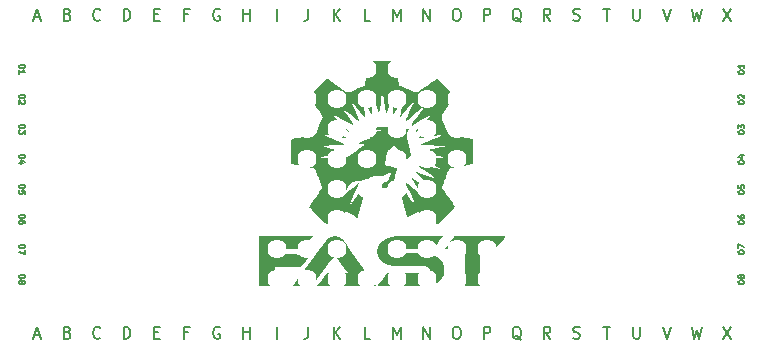
<source format=gbr>
%TF.GenerationSoftware,KiCad,Pcbnew,9.0.1*%
%TF.CreationDate,2025-05-06T23:47:46-04:00*%
%TF.ProjectId,classic-protoboard_10x24,636c6173-7369-4632-9d70-726f746f626f,rev?*%
%TF.SameCoordinates,Original*%
%TF.FileFunction,Legend,Top*%
%TF.FilePolarity,Positive*%
%FSLAX46Y46*%
G04 Gerber Fmt 4.6, Leading zero omitted, Abs format (unit mm)*
G04 Created by KiCad (PCBNEW 9.0.1) date 2025-05-06 23:47:46*
%MOMM*%
%LPD*%
G01*
G04 APERTURE LIST*
%ADD10C,0.150000*%
%ADD11C,0.127000*%
%ADD12C,0.000000*%
%ADD13C,2.300000*%
%ADD14O,3.148000X1.624000*%
%ADD15C,1.624000*%
G04 APERTURE END LIST*
D10*
X121941428Y-89949009D02*
X122084285Y-89996628D01*
X122084285Y-89996628D02*
X122131904Y-90044247D01*
X122131904Y-90044247D02*
X122179523Y-90139485D01*
X122179523Y-90139485D02*
X122179523Y-90282342D01*
X122179523Y-90282342D02*
X122131904Y-90377580D01*
X122131904Y-90377580D02*
X122084285Y-90425200D01*
X122084285Y-90425200D02*
X121989047Y-90472819D01*
X121989047Y-90472819D02*
X121608095Y-90472819D01*
X121608095Y-90472819D02*
X121608095Y-89472819D01*
X121608095Y-89472819D02*
X121941428Y-89472819D01*
X121941428Y-89472819D02*
X122036666Y-89520438D01*
X122036666Y-89520438D02*
X122084285Y-89568057D01*
X122084285Y-89568057D02*
X122131904Y-89663295D01*
X122131904Y-89663295D02*
X122131904Y-89758533D01*
X122131904Y-89758533D02*
X122084285Y-89853771D01*
X122084285Y-89853771D02*
X122036666Y-89901390D01*
X122036666Y-89901390D02*
X121941428Y-89949009D01*
X121941428Y-89949009D02*
X121608095Y-89949009D01*
X144468095Y-90472819D02*
X144468095Y-89472819D01*
X145039523Y-90472819D02*
X144610952Y-89901390D01*
X145039523Y-89472819D02*
X144468095Y-90044247D01*
X177416667Y-89472819D02*
X178083333Y-90472819D01*
X178083333Y-89472819D02*
X177416667Y-90472819D01*
X157168095Y-90472819D02*
X157168095Y-89472819D01*
X157168095Y-89472819D02*
X157549047Y-89472819D01*
X157549047Y-89472819D02*
X157644285Y-89520438D01*
X157644285Y-89520438D02*
X157691904Y-89568057D01*
X157691904Y-89568057D02*
X157739523Y-89663295D01*
X157739523Y-89663295D02*
X157739523Y-89806152D01*
X157739523Y-89806152D02*
X157691904Y-89901390D01*
X157691904Y-89901390D02*
X157644285Y-89949009D01*
X157644285Y-89949009D02*
X157549047Y-89996628D01*
X157549047Y-89996628D02*
X157168095Y-89996628D01*
X134831904Y-116444438D02*
X134736666Y-116396819D01*
X134736666Y-116396819D02*
X134593809Y-116396819D01*
X134593809Y-116396819D02*
X134450952Y-116444438D01*
X134450952Y-116444438D02*
X134355714Y-116539676D01*
X134355714Y-116539676D02*
X134308095Y-116634914D01*
X134308095Y-116634914D02*
X134260476Y-116825390D01*
X134260476Y-116825390D02*
X134260476Y-116968247D01*
X134260476Y-116968247D02*
X134308095Y-117158723D01*
X134308095Y-117158723D02*
X134355714Y-117253961D01*
X134355714Y-117253961D02*
X134450952Y-117349200D01*
X134450952Y-117349200D02*
X134593809Y-117396819D01*
X134593809Y-117396819D02*
X134689047Y-117396819D01*
X134689047Y-117396819D02*
X134831904Y-117349200D01*
X134831904Y-117349200D02*
X134879523Y-117301580D01*
X134879523Y-117301580D02*
X134879523Y-116968247D01*
X134879523Y-116968247D02*
X134689047Y-116968247D01*
X119091905Y-90187104D02*
X119568095Y-90187104D01*
X118996667Y-90472819D02*
X119330000Y-89472819D01*
X119330000Y-89472819D02*
X119663333Y-90472819D01*
X172336667Y-116396819D02*
X172670000Y-117396819D01*
X172670000Y-117396819D02*
X173003333Y-116396819D01*
X154794762Y-89472819D02*
X154985238Y-89472819D01*
X154985238Y-89472819D02*
X155080476Y-89520438D01*
X155080476Y-89520438D02*
X155175714Y-89615676D01*
X155175714Y-89615676D02*
X155223333Y-89806152D01*
X155223333Y-89806152D02*
X155223333Y-90139485D01*
X155223333Y-90139485D02*
X155175714Y-90329961D01*
X155175714Y-90329961D02*
X155080476Y-90425200D01*
X155080476Y-90425200D02*
X154985238Y-90472819D01*
X154985238Y-90472819D02*
X154794762Y-90472819D01*
X154794762Y-90472819D02*
X154699524Y-90425200D01*
X154699524Y-90425200D02*
X154604286Y-90329961D01*
X154604286Y-90329961D02*
X154556667Y-90139485D01*
X154556667Y-90139485D02*
X154556667Y-89806152D01*
X154556667Y-89806152D02*
X154604286Y-89615676D01*
X154604286Y-89615676D02*
X154699524Y-89520438D01*
X154699524Y-89520438D02*
X154794762Y-89472819D01*
X169844286Y-116396819D02*
X169844286Y-117206342D01*
X169844286Y-117206342D02*
X169891905Y-117301580D01*
X169891905Y-117301580D02*
X169939524Y-117349200D01*
X169939524Y-117349200D02*
X170034762Y-117396819D01*
X170034762Y-117396819D02*
X170225238Y-117396819D01*
X170225238Y-117396819D02*
X170320476Y-117349200D01*
X170320476Y-117349200D02*
X170368095Y-117301580D01*
X170368095Y-117301580D02*
X170415714Y-117206342D01*
X170415714Y-117206342D02*
X170415714Y-116396819D01*
X162819523Y-117396819D02*
X162486190Y-116920628D01*
X162248095Y-117396819D02*
X162248095Y-116396819D01*
X162248095Y-116396819D02*
X162629047Y-116396819D01*
X162629047Y-116396819D02*
X162724285Y-116444438D01*
X162724285Y-116444438D02*
X162771904Y-116492057D01*
X162771904Y-116492057D02*
X162819523Y-116587295D01*
X162819523Y-116587295D02*
X162819523Y-116730152D01*
X162819523Y-116730152D02*
X162771904Y-116825390D01*
X162771904Y-116825390D02*
X162724285Y-116873009D01*
X162724285Y-116873009D02*
X162629047Y-116920628D01*
X162629047Y-116920628D02*
X162248095Y-116920628D01*
X172336667Y-89472819D02*
X172670000Y-90472819D01*
X172670000Y-90472819D02*
X173003333Y-89472819D01*
X132172857Y-116873009D02*
X131839524Y-116873009D01*
X131839524Y-117396819D02*
X131839524Y-116396819D01*
X131839524Y-116396819D02*
X132315714Y-116396819D01*
D11*
X118339593Y-99403904D02*
X118339593Y-99452285D01*
X118339593Y-99452285D02*
X118315403Y-99500666D01*
X118315403Y-99500666D02*
X118291212Y-99524856D01*
X118291212Y-99524856D02*
X118242831Y-99549047D01*
X118242831Y-99549047D02*
X118146069Y-99573237D01*
X118146069Y-99573237D02*
X118025117Y-99573237D01*
X118025117Y-99573237D02*
X117928355Y-99549047D01*
X117928355Y-99549047D02*
X117879974Y-99524856D01*
X117879974Y-99524856D02*
X117855784Y-99500666D01*
X117855784Y-99500666D02*
X117831593Y-99452285D01*
X117831593Y-99452285D02*
X117831593Y-99403904D01*
X117831593Y-99403904D02*
X117855784Y-99355523D01*
X117855784Y-99355523D02*
X117879974Y-99331332D01*
X117879974Y-99331332D02*
X117928355Y-99307142D01*
X117928355Y-99307142D02*
X118025117Y-99282951D01*
X118025117Y-99282951D02*
X118146069Y-99282951D01*
X118146069Y-99282951D02*
X118242831Y-99307142D01*
X118242831Y-99307142D02*
X118291212Y-99331332D01*
X118291212Y-99331332D02*
X118315403Y-99355523D01*
X118315403Y-99355523D02*
X118339593Y-99403904D01*
X118339593Y-99742571D02*
X118339593Y-100057047D01*
X118339593Y-100057047D02*
X118146069Y-99887714D01*
X118146069Y-99887714D02*
X118146069Y-99960285D01*
X118146069Y-99960285D02*
X118121879Y-100008666D01*
X118121879Y-100008666D02*
X118097688Y-100032857D01*
X118097688Y-100032857D02*
X118049307Y-100057047D01*
X118049307Y-100057047D02*
X117928355Y-100057047D01*
X117928355Y-100057047D02*
X117879974Y-100032857D01*
X117879974Y-100032857D02*
X117855784Y-100008666D01*
X117855784Y-100008666D02*
X117831593Y-99960285D01*
X117831593Y-99960285D02*
X117831593Y-99815142D01*
X117831593Y-99815142D02*
X117855784Y-99766761D01*
X117855784Y-99766761D02*
X117879974Y-99742571D01*
D10*
X136824286Y-117396819D02*
X136824286Y-116396819D01*
X136824286Y-116873009D02*
X137395714Y-116873009D01*
X137395714Y-117396819D02*
X137395714Y-116396819D01*
D11*
X118339593Y-101943904D02*
X118339593Y-101992285D01*
X118339593Y-101992285D02*
X118315403Y-102040666D01*
X118315403Y-102040666D02*
X118291212Y-102064856D01*
X118291212Y-102064856D02*
X118242831Y-102089047D01*
X118242831Y-102089047D02*
X118146069Y-102113237D01*
X118146069Y-102113237D02*
X118025117Y-102113237D01*
X118025117Y-102113237D02*
X117928355Y-102089047D01*
X117928355Y-102089047D02*
X117879974Y-102064856D01*
X117879974Y-102064856D02*
X117855784Y-102040666D01*
X117855784Y-102040666D02*
X117831593Y-101992285D01*
X117831593Y-101992285D02*
X117831593Y-101943904D01*
X117831593Y-101943904D02*
X117855784Y-101895523D01*
X117855784Y-101895523D02*
X117879974Y-101871332D01*
X117879974Y-101871332D02*
X117928355Y-101847142D01*
X117928355Y-101847142D02*
X118025117Y-101822951D01*
X118025117Y-101822951D02*
X118146069Y-101822951D01*
X118146069Y-101822951D02*
X118242831Y-101847142D01*
X118242831Y-101847142D02*
X118291212Y-101871332D01*
X118291212Y-101871332D02*
X118315403Y-101895523D01*
X118315403Y-101895523D02*
X118339593Y-101943904D01*
X118170260Y-102548666D02*
X117831593Y-102548666D01*
X118363784Y-102427714D02*
X118000926Y-102306761D01*
X118000926Y-102306761D02*
X118000926Y-102621238D01*
X178740406Y-99936095D02*
X178740406Y-99887714D01*
X178740406Y-99887714D02*
X178764596Y-99839333D01*
X178764596Y-99839333D02*
X178788787Y-99815143D01*
X178788787Y-99815143D02*
X178837168Y-99790952D01*
X178837168Y-99790952D02*
X178933930Y-99766762D01*
X178933930Y-99766762D02*
X179054882Y-99766762D01*
X179054882Y-99766762D02*
X179151644Y-99790952D01*
X179151644Y-99790952D02*
X179200025Y-99815143D01*
X179200025Y-99815143D02*
X179224216Y-99839333D01*
X179224216Y-99839333D02*
X179248406Y-99887714D01*
X179248406Y-99887714D02*
X179248406Y-99936095D01*
X179248406Y-99936095D02*
X179224216Y-99984476D01*
X179224216Y-99984476D02*
X179200025Y-100008667D01*
X179200025Y-100008667D02*
X179151644Y-100032857D01*
X179151644Y-100032857D02*
X179054882Y-100057048D01*
X179054882Y-100057048D02*
X178933930Y-100057048D01*
X178933930Y-100057048D02*
X178837168Y-100032857D01*
X178837168Y-100032857D02*
X178788787Y-100008667D01*
X178788787Y-100008667D02*
X178764596Y-99984476D01*
X178764596Y-99984476D02*
X178740406Y-99936095D01*
X178740406Y-99597428D02*
X178740406Y-99282952D01*
X178740406Y-99282952D02*
X178933930Y-99452285D01*
X178933930Y-99452285D02*
X178933930Y-99379714D01*
X178933930Y-99379714D02*
X178958120Y-99331333D01*
X178958120Y-99331333D02*
X178982311Y-99307142D01*
X178982311Y-99307142D02*
X179030692Y-99282952D01*
X179030692Y-99282952D02*
X179151644Y-99282952D01*
X179151644Y-99282952D02*
X179200025Y-99307142D01*
X179200025Y-99307142D02*
X179224216Y-99331333D01*
X179224216Y-99331333D02*
X179248406Y-99379714D01*
X179248406Y-99379714D02*
X179248406Y-99524857D01*
X179248406Y-99524857D02*
X179224216Y-99573238D01*
X179224216Y-99573238D02*
X179200025Y-99597428D01*
D10*
X154794762Y-116396819D02*
X154985238Y-116396819D01*
X154985238Y-116396819D02*
X155080476Y-116444438D01*
X155080476Y-116444438D02*
X155175714Y-116539676D01*
X155175714Y-116539676D02*
X155223333Y-116730152D01*
X155223333Y-116730152D02*
X155223333Y-117063485D01*
X155223333Y-117063485D02*
X155175714Y-117253961D01*
X155175714Y-117253961D02*
X155080476Y-117349200D01*
X155080476Y-117349200D02*
X154985238Y-117396819D01*
X154985238Y-117396819D02*
X154794762Y-117396819D01*
X154794762Y-117396819D02*
X154699524Y-117349200D01*
X154699524Y-117349200D02*
X154604286Y-117253961D01*
X154604286Y-117253961D02*
X154556667Y-117063485D01*
X154556667Y-117063485D02*
X154556667Y-116730152D01*
X154556667Y-116730152D02*
X154604286Y-116539676D01*
X154604286Y-116539676D02*
X154699524Y-116444438D01*
X154699524Y-116444438D02*
X154794762Y-116396819D01*
D11*
X178740406Y-97396095D02*
X178740406Y-97347714D01*
X178740406Y-97347714D02*
X178764596Y-97299333D01*
X178764596Y-97299333D02*
X178788787Y-97275143D01*
X178788787Y-97275143D02*
X178837168Y-97250952D01*
X178837168Y-97250952D02*
X178933930Y-97226762D01*
X178933930Y-97226762D02*
X179054882Y-97226762D01*
X179054882Y-97226762D02*
X179151644Y-97250952D01*
X179151644Y-97250952D02*
X179200025Y-97275143D01*
X179200025Y-97275143D02*
X179224216Y-97299333D01*
X179224216Y-97299333D02*
X179248406Y-97347714D01*
X179248406Y-97347714D02*
X179248406Y-97396095D01*
X179248406Y-97396095D02*
X179224216Y-97444476D01*
X179224216Y-97444476D02*
X179200025Y-97468667D01*
X179200025Y-97468667D02*
X179151644Y-97492857D01*
X179151644Y-97492857D02*
X179054882Y-97517048D01*
X179054882Y-97517048D02*
X178933930Y-97517048D01*
X178933930Y-97517048D02*
X178837168Y-97492857D01*
X178837168Y-97492857D02*
X178788787Y-97468667D01*
X178788787Y-97468667D02*
X178764596Y-97444476D01*
X178764596Y-97444476D02*
X178740406Y-97396095D01*
X178788787Y-97033238D02*
X178764596Y-97009047D01*
X178764596Y-97009047D02*
X178740406Y-96960666D01*
X178740406Y-96960666D02*
X178740406Y-96839714D01*
X178740406Y-96839714D02*
X178764596Y-96791333D01*
X178764596Y-96791333D02*
X178788787Y-96767142D01*
X178788787Y-96767142D02*
X178837168Y-96742952D01*
X178837168Y-96742952D02*
X178885549Y-96742952D01*
X178885549Y-96742952D02*
X178958120Y-96767142D01*
X178958120Y-96767142D02*
X179248406Y-97057428D01*
X179248406Y-97057428D02*
X179248406Y-96742952D01*
D10*
X136824286Y-90472819D02*
X136824286Y-89472819D01*
X136824286Y-89949009D02*
X137395714Y-89949009D01*
X137395714Y-90472819D02*
X137395714Y-89472819D01*
X129275714Y-116873009D02*
X129609047Y-116873009D01*
X129751904Y-117396819D02*
X129275714Y-117396819D01*
X129275714Y-117396819D02*
X129275714Y-116396819D01*
X129275714Y-116396819D02*
X129751904Y-116396819D01*
X157168095Y-117396819D02*
X157168095Y-116396819D01*
X157168095Y-116396819D02*
X157549047Y-116396819D01*
X157549047Y-116396819D02*
X157644285Y-116444438D01*
X157644285Y-116444438D02*
X157691904Y-116492057D01*
X157691904Y-116492057D02*
X157739523Y-116587295D01*
X157739523Y-116587295D02*
X157739523Y-116730152D01*
X157739523Y-116730152D02*
X157691904Y-116825390D01*
X157691904Y-116825390D02*
X157644285Y-116873009D01*
X157644285Y-116873009D02*
X157549047Y-116920628D01*
X157549047Y-116920628D02*
X157168095Y-116920628D01*
D11*
X178740406Y-112636095D02*
X178740406Y-112587714D01*
X178740406Y-112587714D02*
X178764596Y-112539333D01*
X178764596Y-112539333D02*
X178788787Y-112515143D01*
X178788787Y-112515143D02*
X178837168Y-112490952D01*
X178837168Y-112490952D02*
X178933930Y-112466762D01*
X178933930Y-112466762D02*
X179054882Y-112466762D01*
X179054882Y-112466762D02*
X179151644Y-112490952D01*
X179151644Y-112490952D02*
X179200025Y-112515143D01*
X179200025Y-112515143D02*
X179224216Y-112539333D01*
X179224216Y-112539333D02*
X179248406Y-112587714D01*
X179248406Y-112587714D02*
X179248406Y-112636095D01*
X179248406Y-112636095D02*
X179224216Y-112684476D01*
X179224216Y-112684476D02*
X179200025Y-112708667D01*
X179200025Y-112708667D02*
X179151644Y-112732857D01*
X179151644Y-112732857D02*
X179054882Y-112757048D01*
X179054882Y-112757048D02*
X178933930Y-112757048D01*
X178933930Y-112757048D02*
X178837168Y-112732857D01*
X178837168Y-112732857D02*
X178788787Y-112708667D01*
X178788787Y-112708667D02*
X178764596Y-112684476D01*
X178764596Y-112684476D02*
X178740406Y-112636095D01*
X178958120Y-112176476D02*
X178933930Y-112224857D01*
X178933930Y-112224857D02*
X178909739Y-112249047D01*
X178909739Y-112249047D02*
X178861358Y-112273238D01*
X178861358Y-112273238D02*
X178837168Y-112273238D01*
X178837168Y-112273238D02*
X178788787Y-112249047D01*
X178788787Y-112249047D02*
X178764596Y-112224857D01*
X178764596Y-112224857D02*
X178740406Y-112176476D01*
X178740406Y-112176476D02*
X178740406Y-112079714D01*
X178740406Y-112079714D02*
X178764596Y-112031333D01*
X178764596Y-112031333D02*
X178788787Y-112007142D01*
X178788787Y-112007142D02*
X178837168Y-111982952D01*
X178837168Y-111982952D02*
X178861358Y-111982952D01*
X178861358Y-111982952D02*
X178909739Y-112007142D01*
X178909739Y-112007142D02*
X178933930Y-112031333D01*
X178933930Y-112031333D02*
X178958120Y-112079714D01*
X178958120Y-112079714D02*
X178958120Y-112176476D01*
X178958120Y-112176476D02*
X178982311Y-112224857D01*
X178982311Y-112224857D02*
X179006501Y-112249047D01*
X179006501Y-112249047D02*
X179054882Y-112273238D01*
X179054882Y-112273238D02*
X179151644Y-112273238D01*
X179151644Y-112273238D02*
X179200025Y-112249047D01*
X179200025Y-112249047D02*
X179224216Y-112224857D01*
X179224216Y-112224857D02*
X179248406Y-112176476D01*
X179248406Y-112176476D02*
X179248406Y-112079714D01*
X179248406Y-112079714D02*
X179224216Y-112031333D01*
X179224216Y-112031333D02*
X179200025Y-112007142D01*
X179200025Y-112007142D02*
X179151644Y-111982952D01*
X179151644Y-111982952D02*
X179054882Y-111982952D01*
X179054882Y-111982952D02*
X179006501Y-112007142D01*
X179006501Y-112007142D02*
X178982311Y-112031333D01*
X178982311Y-112031333D02*
X178958120Y-112079714D01*
D10*
X160350952Y-90568057D02*
X160255714Y-90520438D01*
X160255714Y-90520438D02*
X160160476Y-90425200D01*
X160160476Y-90425200D02*
X160017619Y-90282342D01*
X160017619Y-90282342D02*
X159922381Y-90234723D01*
X159922381Y-90234723D02*
X159827143Y-90234723D01*
X159874762Y-90472819D02*
X159779524Y-90425200D01*
X159779524Y-90425200D02*
X159684286Y-90329961D01*
X159684286Y-90329961D02*
X159636667Y-90139485D01*
X159636667Y-90139485D02*
X159636667Y-89806152D01*
X159636667Y-89806152D02*
X159684286Y-89615676D01*
X159684286Y-89615676D02*
X159779524Y-89520438D01*
X159779524Y-89520438D02*
X159874762Y-89472819D01*
X159874762Y-89472819D02*
X160065238Y-89472819D01*
X160065238Y-89472819D02*
X160160476Y-89520438D01*
X160160476Y-89520438D02*
X160255714Y-89615676D01*
X160255714Y-89615676D02*
X160303333Y-89806152D01*
X160303333Y-89806152D02*
X160303333Y-90139485D01*
X160303333Y-90139485D02*
X160255714Y-90329961D01*
X160255714Y-90329961D02*
X160160476Y-90425200D01*
X160160476Y-90425200D02*
X160065238Y-90472819D01*
X160065238Y-90472819D02*
X159874762Y-90472819D01*
X147579523Y-117396819D02*
X147103333Y-117396819D01*
X147103333Y-117396819D02*
X147103333Y-116396819D01*
D11*
X178740406Y-110096095D02*
X178740406Y-110047714D01*
X178740406Y-110047714D02*
X178764596Y-109999333D01*
X178764596Y-109999333D02*
X178788787Y-109975143D01*
X178788787Y-109975143D02*
X178837168Y-109950952D01*
X178837168Y-109950952D02*
X178933930Y-109926762D01*
X178933930Y-109926762D02*
X179054882Y-109926762D01*
X179054882Y-109926762D02*
X179151644Y-109950952D01*
X179151644Y-109950952D02*
X179200025Y-109975143D01*
X179200025Y-109975143D02*
X179224216Y-109999333D01*
X179224216Y-109999333D02*
X179248406Y-110047714D01*
X179248406Y-110047714D02*
X179248406Y-110096095D01*
X179248406Y-110096095D02*
X179224216Y-110144476D01*
X179224216Y-110144476D02*
X179200025Y-110168667D01*
X179200025Y-110168667D02*
X179151644Y-110192857D01*
X179151644Y-110192857D02*
X179054882Y-110217048D01*
X179054882Y-110217048D02*
X178933930Y-110217048D01*
X178933930Y-110217048D02*
X178837168Y-110192857D01*
X178837168Y-110192857D02*
X178788787Y-110168667D01*
X178788787Y-110168667D02*
X178764596Y-110144476D01*
X178764596Y-110144476D02*
X178740406Y-110096095D01*
X178740406Y-109757428D02*
X178740406Y-109418761D01*
X178740406Y-109418761D02*
X179248406Y-109636476D01*
D10*
X162819523Y-90472819D02*
X162486190Y-89996628D01*
X162248095Y-90472819D02*
X162248095Y-89472819D01*
X162248095Y-89472819D02*
X162629047Y-89472819D01*
X162629047Y-89472819D02*
X162724285Y-89520438D01*
X162724285Y-89520438D02*
X162771904Y-89568057D01*
X162771904Y-89568057D02*
X162819523Y-89663295D01*
X162819523Y-89663295D02*
X162819523Y-89806152D01*
X162819523Y-89806152D02*
X162771904Y-89901390D01*
X162771904Y-89901390D02*
X162724285Y-89949009D01*
X162724285Y-89949009D02*
X162629047Y-89996628D01*
X162629047Y-89996628D02*
X162248095Y-89996628D01*
X167304286Y-89472819D02*
X167875714Y-89472819D01*
X167590000Y-90472819D02*
X167590000Y-89472819D01*
X134831904Y-89520438D02*
X134736666Y-89472819D01*
X134736666Y-89472819D02*
X134593809Y-89472819D01*
X134593809Y-89472819D02*
X134450952Y-89520438D01*
X134450952Y-89520438D02*
X134355714Y-89615676D01*
X134355714Y-89615676D02*
X134308095Y-89710914D01*
X134308095Y-89710914D02*
X134260476Y-89901390D01*
X134260476Y-89901390D02*
X134260476Y-90044247D01*
X134260476Y-90044247D02*
X134308095Y-90234723D01*
X134308095Y-90234723D02*
X134355714Y-90329961D01*
X134355714Y-90329961D02*
X134450952Y-90425200D01*
X134450952Y-90425200D02*
X134593809Y-90472819D01*
X134593809Y-90472819D02*
X134689047Y-90472819D01*
X134689047Y-90472819D02*
X134831904Y-90425200D01*
X134831904Y-90425200D02*
X134879523Y-90377580D01*
X134879523Y-90377580D02*
X134879523Y-90044247D01*
X134879523Y-90044247D02*
X134689047Y-90044247D01*
X142332857Y-89472819D02*
X142332857Y-90187104D01*
X142332857Y-90187104D02*
X142285238Y-90329961D01*
X142285238Y-90329961D02*
X142190000Y-90425200D01*
X142190000Y-90425200D02*
X142047143Y-90472819D01*
X142047143Y-90472819D02*
X141951905Y-90472819D01*
X119091905Y-117111104D02*
X119568095Y-117111104D01*
X118996667Y-117396819D02*
X119330000Y-116396819D01*
X119330000Y-116396819D02*
X119663333Y-117396819D01*
D11*
X178740406Y-102476095D02*
X178740406Y-102427714D01*
X178740406Y-102427714D02*
X178764596Y-102379333D01*
X178764596Y-102379333D02*
X178788787Y-102355143D01*
X178788787Y-102355143D02*
X178837168Y-102330952D01*
X178837168Y-102330952D02*
X178933930Y-102306762D01*
X178933930Y-102306762D02*
X179054882Y-102306762D01*
X179054882Y-102306762D02*
X179151644Y-102330952D01*
X179151644Y-102330952D02*
X179200025Y-102355143D01*
X179200025Y-102355143D02*
X179224216Y-102379333D01*
X179224216Y-102379333D02*
X179248406Y-102427714D01*
X179248406Y-102427714D02*
X179248406Y-102476095D01*
X179248406Y-102476095D02*
X179224216Y-102524476D01*
X179224216Y-102524476D02*
X179200025Y-102548667D01*
X179200025Y-102548667D02*
X179151644Y-102572857D01*
X179151644Y-102572857D02*
X179054882Y-102597048D01*
X179054882Y-102597048D02*
X178933930Y-102597048D01*
X178933930Y-102597048D02*
X178837168Y-102572857D01*
X178837168Y-102572857D02*
X178788787Y-102548667D01*
X178788787Y-102548667D02*
X178764596Y-102524476D01*
X178764596Y-102524476D02*
X178740406Y-102476095D01*
X178909739Y-101871333D02*
X179248406Y-101871333D01*
X178716216Y-101992285D02*
X179079073Y-102113238D01*
X179079073Y-102113238D02*
X179079073Y-101798761D01*
D10*
X139650000Y-90472819D02*
X139650000Y-89472819D01*
X160350952Y-117492057D02*
X160255714Y-117444438D01*
X160255714Y-117444438D02*
X160160476Y-117349200D01*
X160160476Y-117349200D02*
X160017619Y-117206342D01*
X160017619Y-117206342D02*
X159922381Y-117158723D01*
X159922381Y-117158723D02*
X159827143Y-117158723D01*
X159874762Y-117396819D02*
X159779524Y-117349200D01*
X159779524Y-117349200D02*
X159684286Y-117253961D01*
X159684286Y-117253961D02*
X159636667Y-117063485D01*
X159636667Y-117063485D02*
X159636667Y-116730152D01*
X159636667Y-116730152D02*
X159684286Y-116539676D01*
X159684286Y-116539676D02*
X159779524Y-116444438D01*
X159779524Y-116444438D02*
X159874762Y-116396819D01*
X159874762Y-116396819D02*
X160065238Y-116396819D01*
X160065238Y-116396819D02*
X160160476Y-116444438D01*
X160160476Y-116444438D02*
X160255714Y-116539676D01*
X160255714Y-116539676D02*
X160303333Y-116730152D01*
X160303333Y-116730152D02*
X160303333Y-117063485D01*
X160303333Y-117063485D02*
X160255714Y-117253961D01*
X160255714Y-117253961D02*
X160160476Y-117349200D01*
X160160476Y-117349200D02*
X160065238Y-117396819D01*
X160065238Y-117396819D02*
X159874762Y-117396819D01*
X164764286Y-90425200D02*
X164907143Y-90472819D01*
X164907143Y-90472819D02*
X165145238Y-90472819D01*
X165145238Y-90472819D02*
X165240476Y-90425200D01*
X165240476Y-90425200D02*
X165288095Y-90377580D01*
X165288095Y-90377580D02*
X165335714Y-90282342D01*
X165335714Y-90282342D02*
X165335714Y-90187104D01*
X165335714Y-90187104D02*
X165288095Y-90091866D01*
X165288095Y-90091866D02*
X165240476Y-90044247D01*
X165240476Y-90044247D02*
X165145238Y-89996628D01*
X165145238Y-89996628D02*
X164954762Y-89949009D01*
X164954762Y-89949009D02*
X164859524Y-89901390D01*
X164859524Y-89901390D02*
X164811905Y-89853771D01*
X164811905Y-89853771D02*
X164764286Y-89758533D01*
X164764286Y-89758533D02*
X164764286Y-89663295D01*
X164764286Y-89663295D02*
X164811905Y-89568057D01*
X164811905Y-89568057D02*
X164859524Y-89520438D01*
X164859524Y-89520438D02*
X164954762Y-89472819D01*
X164954762Y-89472819D02*
X165192857Y-89472819D01*
X165192857Y-89472819D02*
X165335714Y-89520438D01*
X152064286Y-90472819D02*
X152064286Y-89472819D01*
X152064286Y-89472819D02*
X152635714Y-90472819D01*
X152635714Y-90472819D02*
X152635714Y-89472819D01*
D11*
X118339593Y-94323904D02*
X118339593Y-94372285D01*
X118339593Y-94372285D02*
X118315403Y-94420666D01*
X118315403Y-94420666D02*
X118291212Y-94444856D01*
X118291212Y-94444856D02*
X118242831Y-94469047D01*
X118242831Y-94469047D02*
X118146069Y-94493237D01*
X118146069Y-94493237D02*
X118025117Y-94493237D01*
X118025117Y-94493237D02*
X117928355Y-94469047D01*
X117928355Y-94469047D02*
X117879974Y-94444856D01*
X117879974Y-94444856D02*
X117855784Y-94420666D01*
X117855784Y-94420666D02*
X117831593Y-94372285D01*
X117831593Y-94372285D02*
X117831593Y-94323904D01*
X117831593Y-94323904D02*
X117855784Y-94275523D01*
X117855784Y-94275523D02*
X117879974Y-94251332D01*
X117879974Y-94251332D02*
X117928355Y-94227142D01*
X117928355Y-94227142D02*
X118025117Y-94202951D01*
X118025117Y-94202951D02*
X118146069Y-94202951D01*
X118146069Y-94202951D02*
X118242831Y-94227142D01*
X118242831Y-94227142D02*
X118291212Y-94251332D01*
X118291212Y-94251332D02*
X118315403Y-94275523D01*
X118315403Y-94275523D02*
X118339593Y-94323904D01*
X117831593Y-94977047D02*
X117831593Y-94686761D01*
X117831593Y-94831904D02*
X118339593Y-94831904D01*
X118339593Y-94831904D02*
X118267022Y-94783523D01*
X118267022Y-94783523D02*
X118218641Y-94735142D01*
X118218641Y-94735142D02*
X118194450Y-94686761D01*
X118339593Y-107023904D02*
X118339593Y-107072285D01*
X118339593Y-107072285D02*
X118315403Y-107120666D01*
X118315403Y-107120666D02*
X118291212Y-107144856D01*
X118291212Y-107144856D02*
X118242831Y-107169047D01*
X118242831Y-107169047D02*
X118146069Y-107193237D01*
X118146069Y-107193237D02*
X118025117Y-107193237D01*
X118025117Y-107193237D02*
X117928355Y-107169047D01*
X117928355Y-107169047D02*
X117879974Y-107144856D01*
X117879974Y-107144856D02*
X117855784Y-107120666D01*
X117855784Y-107120666D02*
X117831593Y-107072285D01*
X117831593Y-107072285D02*
X117831593Y-107023904D01*
X117831593Y-107023904D02*
X117855784Y-106975523D01*
X117855784Y-106975523D02*
X117879974Y-106951332D01*
X117879974Y-106951332D02*
X117928355Y-106927142D01*
X117928355Y-106927142D02*
X118025117Y-106902951D01*
X118025117Y-106902951D02*
X118146069Y-106902951D01*
X118146069Y-106902951D02*
X118242831Y-106927142D01*
X118242831Y-106927142D02*
X118291212Y-106951332D01*
X118291212Y-106951332D02*
X118315403Y-106975523D01*
X118315403Y-106975523D02*
X118339593Y-107023904D01*
X118339593Y-107628666D02*
X118339593Y-107531904D01*
X118339593Y-107531904D02*
X118315403Y-107483523D01*
X118315403Y-107483523D02*
X118291212Y-107459333D01*
X118291212Y-107459333D02*
X118218641Y-107410952D01*
X118218641Y-107410952D02*
X118121879Y-107386761D01*
X118121879Y-107386761D02*
X117928355Y-107386761D01*
X117928355Y-107386761D02*
X117879974Y-107410952D01*
X117879974Y-107410952D02*
X117855784Y-107435142D01*
X117855784Y-107435142D02*
X117831593Y-107483523D01*
X117831593Y-107483523D02*
X117831593Y-107580285D01*
X117831593Y-107580285D02*
X117855784Y-107628666D01*
X117855784Y-107628666D02*
X117879974Y-107652857D01*
X117879974Y-107652857D02*
X117928355Y-107677047D01*
X117928355Y-107677047D02*
X118049307Y-107677047D01*
X118049307Y-107677047D02*
X118097688Y-107652857D01*
X118097688Y-107652857D02*
X118121879Y-107628666D01*
X118121879Y-107628666D02*
X118146069Y-107580285D01*
X118146069Y-107580285D02*
X118146069Y-107483523D01*
X118146069Y-107483523D02*
X118121879Y-107435142D01*
X118121879Y-107435142D02*
X118097688Y-107410952D01*
X118097688Y-107410952D02*
X118049307Y-107386761D01*
D10*
X121941428Y-116873009D02*
X122084285Y-116920628D01*
X122084285Y-116920628D02*
X122131904Y-116968247D01*
X122131904Y-116968247D02*
X122179523Y-117063485D01*
X122179523Y-117063485D02*
X122179523Y-117206342D01*
X122179523Y-117206342D02*
X122131904Y-117301580D01*
X122131904Y-117301580D02*
X122084285Y-117349200D01*
X122084285Y-117349200D02*
X121989047Y-117396819D01*
X121989047Y-117396819D02*
X121608095Y-117396819D01*
X121608095Y-117396819D02*
X121608095Y-116396819D01*
X121608095Y-116396819D02*
X121941428Y-116396819D01*
X121941428Y-116396819D02*
X122036666Y-116444438D01*
X122036666Y-116444438D02*
X122084285Y-116492057D01*
X122084285Y-116492057D02*
X122131904Y-116587295D01*
X122131904Y-116587295D02*
X122131904Y-116682533D01*
X122131904Y-116682533D02*
X122084285Y-116777771D01*
X122084285Y-116777771D02*
X122036666Y-116825390D01*
X122036666Y-116825390D02*
X121941428Y-116873009D01*
X121941428Y-116873009D02*
X121608095Y-116873009D01*
X124719523Y-117301580D02*
X124671904Y-117349200D01*
X124671904Y-117349200D02*
X124529047Y-117396819D01*
X124529047Y-117396819D02*
X124433809Y-117396819D01*
X124433809Y-117396819D02*
X124290952Y-117349200D01*
X124290952Y-117349200D02*
X124195714Y-117253961D01*
X124195714Y-117253961D02*
X124148095Y-117158723D01*
X124148095Y-117158723D02*
X124100476Y-116968247D01*
X124100476Y-116968247D02*
X124100476Y-116825390D01*
X124100476Y-116825390D02*
X124148095Y-116634914D01*
X124148095Y-116634914D02*
X124195714Y-116539676D01*
X124195714Y-116539676D02*
X124290952Y-116444438D01*
X124290952Y-116444438D02*
X124433809Y-116396819D01*
X124433809Y-116396819D02*
X124529047Y-116396819D01*
X124529047Y-116396819D02*
X124671904Y-116444438D01*
X124671904Y-116444438D02*
X124719523Y-116492057D01*
X129275714Y-89949009D02*
X129609047Y-89949009D01*
X129751904Y-90472819D02*
X129275714Y-90472819D01*
X129275714Y-90472819D02*
X129275714Y-89472819D01*
X129275714Y-89472819D02*
X129751904Y-89472819D01*
X126688095Y-90472819D02*
X126688095Y-89472819D01*
X126688095Y-89472819D02*
X126926190Y-89472819D01*
X126926190Y-89472819D02*
X127069047Y-89520438D01*
X127069047Y-89520438D02*
X127164285Y-89615676D01*
X127164285Y-89615676D02*
X127211904Y-89710914D01*
X127211904Y-89710914D02*
X127259523Y-89901390D01*
X127259523Y-89901390D02*
X127259523Y-90044247D01*
X127259523Y-90044247D02*
X127211904Y-90234723D01*
X127211904Y-90234723D02*
X127164285Y-90329961D01*
X127164285Y-90329961D02*
X127069047Y-90425200D01*
X127069047Y-90425200D02*
X126926190Y-90472819D01*
X126926190Y-90472819D02*
X126688095Y-90472819D01*
X149476667Y-90472819D02*
X149476667Y-89472819D01*
X149476667Y-89472819D02*
X149810000Y-90187104D01*
X149810000Y-90187104D02*
X150143333Y-89472819D01*
X150143333Y-89472819D02*
X150143333Y-90472819D01*
X147579523Y-90472819D02*
X147103333Y-90472819D01*
X147103333Y-90472819D02*
X147103333Y-89472819D01*
X167304286Y-116396819D02*
X167875714Y-116396819D01*
X167590000Y-117396819D02*
X167590000Y-116396819D01*
D11*
X178740406Y-107556095D02*
X178740406Y-107507714D01*
X178740406Y-107507714D02*
X178764596Y-107459333D01*
X178764596Y-107459333D02*
X178788787Y-107435143D01*
X178788787Y-107435143D02*
X178837168Y-107410952D01*
X178837168Y-107410952D02*
X178933930Y-107386762D01*
X178933930Y-107386762D02*
X179054882Y-107386762D01*
X179054882Y-107386762D02*
X179151644Y-107410952D01*
X179151644Y-107410952D02*
X179200025Y-107435143D01*
X179200025Y-107435143D02*
X179224216Y-107459333D01*
X179224216Y-107459333D02*
X179248406Y-107507714D01*
X179248406Y-107507714D02*
X179248406Y-107556095D01*
X179248406Y-107556095D02*
X179224216Y-107604476D01*
X179224216Y-107604476D02*
X179200025Y-107628667D01*
X179200025Y-107628667D02*
X179151644Y-107652857D01*
X179151644Y-107652857D02*
X179054882Y-107677048D01*
X179054882Y-107677048D02*
X178933930Y-107677048D01*
X178933930Y-107677048D02*
X178837168Y-107652857D01*
X178837168Y-107652857D02*
X178788787Y-107628667D01*
X178788787Y-107628667D02*
X178764596Y-107604476D01*
X178764596Y-107604476D02*
X178740406Y-107556095D01*
X178740406Y-106951333D02*
X178740406Y-107048095D01*
X178740406Y-107048095D02*
X178764596Y-107096476D01*
X178764596Y-107096476D02*
X178788787Y-107120666D01*
X178788787Y-107120666D02*
X178861358Y-107169047D01*
X178861358Y-107169047D02*
X178958120Y-107193238D01*
X178958120Y-107193238D02*
X179151644Y-107193238D01*
X179151644Y-107193238D02*
X179200025Y-107169047D01*
X179200025Y-107169047D02*
X179224216Y-107144857D01*
X179224216Y-107144857D02*
X179248406Y-107096476D01*
X179248406Y-107096476D02*
X179248406Y-106999714D01*
X179248406Y-106999714D02*
X179224216Y-106951333D01*
X179224216Y-106951333D02*
X179200025Y-106927142D01*
X179200025Y-106927142D02*
X179151644Y-106902952D01*
X179151644Y-106902952D02*
X179030692Y-106902952D01*
X179030692Y-106902952D02*
X178982311Y-106927142D01*
X178982311Y-106927142D02*
X178958120Y-106951333D01*
X178958120Y-106951333D02*
X178933930Y-106999714D01*
X178933930Y-106999714D02*
X178933930Y-107096476D01*
X178933930Y-107096476D02*
X178958120Y-107144857D01*
X178958120Y-107144857D02*
X178982311Y-107169047D01*
X178982311Y-107169047D02*
X179030692Y-107193238D01*
X178740406Y-105016095D02*
X178740406Y-104967714D01*
X178740406Y-104967714D02*
X178764596Y-104919333D01*
X178764596Y-104919333D02*
X178788787Y-104895143D01*
X178788787Y-104895143D02*
X178837168Y-104870952D01*
X178837168Y-104870952D02*
X178933930Y-104846762D01*
X178933930Y-104846762D02*
X179054882Y-104846762D01*
X179054882Y-104846762D02*
X179151644Y-104870952D01*
X179151644Y-104870952D02*
X179200025Y-104895143D01*
X179200025Y-104895143D02*
X179224216Y-104919333D01*
X179224216Y-104919333D02*
X179248406Y-104967714D01*
X179248406Y-104967714D02*
X179248406Y-105016095D01*
X179248406Y-105016095D02*
X179224216Y-105064476D01*
X179224216Y-105064476D02*
X179200025Y-105088667D01*
X179200025Y-105088667D02*
X179151644Y-105112857D01*
X179151644Y-105112857D02*
X179054882Y-105137048D01*
X179054882Y-105137048D02*
X178933930Y-105137048D01*
X178933930Y-105137048D02*
X178837168Y-105112857D01*
X178837168Y-105112857D02*
X178788787Y-105088667D01*
X178788787Y-105088667D02*
X178764596Y-105064476D01*
X178764596Y-105064476D02*
X178740406Y-105016095D01*
X178740406Y-104387142D02*
X178740406Y-104629047D01*
X178740406Y-104629047D02*
X178982311Y-104653238D01*
X178982311Y-104653238D02*
X178958120Y-104629047D01*
X178958120Y-104629047D02*
X178933930Y-104580666D01*
X178933930Y-104580666D02*
X178933930Y-104459714D01*
X178933930Y-104459714D02*
X178958120Y-104411333D01*
X178958120Y-104411333D02*
X178982311Y-104387142D01*
X178982311Y-104387142D02*
X179030692Y-104362952D01*
X179030692Y-104362952D02*
X179151644Y-104362952D01*
X179151644Y-104362952D02*
X179200025Y-104387142D01*
X179200025Y-104387142D02*
X179224216Y-104411333D01*
X179224216Y-104411333D02*
X179248406Y-104459714D01*
X179248406Y-104459714D02*
X179248406Y-104580666D01*
X179248406Y-104580666D02*
X179224216Y-104629047D01*
X179224216Y-104629047D02*
X179200025Y-104653238D01*
D10*
X144468095Y-117396819D02*
X144468095Y-116396819D01*
X145039523Y-117396819D02*
X144610952Y-116825390D01*
X145039523Y-116396819D02*
X144468095Y-116968247D01*
X124719523Y-90377580D02*
X124671904Y-90425200D01*
X124671904Y-90425200D02*
X124529047Y-90472819D01*
X124529047Y-90472819D02*
X124433809Y-90472819D01*
X124433809Y-90472819D02*
X124290952Y-90425200D01*
X124290952Y-90425200D02*
X124195714Y-90329961D01*
X124195714Y-90329961D02*
X124148095Y-90234723D01*
X124148095Y-90234723D02*
X124100476Y-90044247D01*
X124100476Y-90044247D02*
X124100476Y-89901390D01*
X124100476Y-89901390D02*
X124148095Y-89710914D01*
X124148095Y-89710914D02*
X124195714Y-89615676D01*
X124195714Y-89615676D02*
X124290952Y-89520438D01*
X124290952Y-89520438D02*
X124433809Y-89472819D01*
X124433809Y-89472819D02*
X124529047Y-89472819D01*
X124529047Y-89472819D02*
X124671904Y-89520438D01*
X124671904Y-89520438D02*
X124719523Y-89568057D01*
D11*
X118339593Y-96863904D02*
X118339593Y-96912285D01*
X118339593Y-96912285D02*
X118315403Y-96960666D01*
X118315403Y-96960666D02*
X118291212Y-96984856D01*
X118291212Y-96984856D02*
X118242831Y-97009047D01*
X118242831Y-97009047D02*
X118146069Y-97033237D01*
X118146069Y-97033237D02*
X118025117Y-97033237D01*
X118025117Y-97033237D02*
X117928355Y-97009047D01*
X117928355Y-97009047D02*
X117879974Y-96984856D01*
X117879974Y-96984856D02*
X117855784Y-96960666D01*
X117855784Y-96960666D02*
X117831593Y-96912285D01*
X117831593Y-96912285D02*
X117831593Y-96863904D01*
X117831593Y-96863904D02*
X117855784Y-96815523D01*
X117855784Y-96815523D02*
X117879974Y-96791332D01*
X117879974Y-96791332D02*
X117928355Y-96767142D01*
X117928355Y-96767142D02*
X118025117Y-96742951D01*
X118025117Y-96742951D02*
X118146069Y-96742951D01*
X118146069Y-96742951D02*
X118242831Y-96767142D01*
X118242831Y-96767142D02*
X118291212Y-96791332D01*
X118291212Y-96791332D02*
X118315403Y-96815523D01*
X118315403Y-96815523D02*
X118339593Y-96863904D01*
X118291212Y-97226761D02*
X118315403Y-97250952D01*
X118315403Y-97250952D02*
X118339593Y-97299333D01*
X118339593Y-97299333D02*
X118339593Y-97420285D01*
X118339593Y-97420285D02*
X118315403Y-97468666D01*
X118315403Y-97468666D02*
X118291212Y-97492857D01*
X118291212Y-97492857D02*
X118242831Y-97517047D01*
X118242831Y-97517047D02*
X118194450Y-97517047D01*
X118194450Y-97517047D02*
X118121879Y-97492857D01*
X118121879Y-97492857D02*
X117831593Y-97202571D01*
X117831593Y-97202571D02*
X117831593Y-97517047D01*
D10*
X152064286Y-117396819D02*
X152064286Y-116396819D01*
X152064286Y-116396819D02*
X152635714Y-117396819D01*
X152635714Y-117396819D02*
X152635714Y-116396819D01*
X126688095Y-117396819D02*
X126688095Y-116396819D01*
X126688095Y-116396819D02*
X126926190Y-116396819D01*
X126926190Y-116396819D02*
X127069047Y-116444438D01*
X127069047Y-116444438D02*
X127164285Y-116539676D01*
X127164285Y-116539676D02*
X127211904Y-116634914D01*
X127211904Y-116634914D02*
X127259523Y-116825390D01*
X127259523Y-116825390D02*
X127259523Y-116968247D01*
X127259523Y-116968247D02*
X127211904Y-117158723D01*
X127211904Y-117158723D02*
X127164285Y-117253961D01*
X127164285Y-117253961D02*
X127069047Y-117349200D01*
X127069047Y-117349200D02*
X126926190Y-117396819D01*
X126926190Y-117396819D02*
X126688095Y-117396819D01*
D11*
X118339593Y-109563904D02*
X118339593Y-109612285D01*
X118339593Y-109612285D02*
X118315403Y-109660666D01*
X118315403Y-109660666D02*
X118291212Y-109684856D01*
X118291212Y-109684856D02*
X118242831Y-109709047D01*
X118242831Y-109709047D02*
X118146069Y-109733237D01*
X118146069Y-109733237D02*
X118025117Y-109733237D01*
X118025117Y-109733237D02*
X117928355Y-109709047D01*
X117928355Y-109709047D02*
X117879974Y-109684856D01*
X117879974Y-109684856D02*
X117855784Y-109660666D01*
X117855784Y-109660666D02*
X117831593Y-109612285D01*
X117831593Y-109612285D02*
X117831593Y-109563904D01*
X117831593Y-109563904D02*
X117855784Y-109515523D01*
X117855784Y-109515523D02*
X117879974Y-109491332D01*
X117879974Y-109491332D02*
X117928355Y-109467142D01*
X117928355Y-109467142D02*
X118025117Y-109442951D01*
X118025117Y-109442951D02*
X118146069Y-109442951D01*
X118146069Y-109442951D02*
X118242831Y-109467142D01*
X118242831Y-109467142D02*
X118291212Y-109491332D01*
X118291212Y-109491332D02*
X118315403Y-109515523D01*
X118315403Y-109515523D02*
X118339593Y-109563904D01*
X118339593Y-109902571D02*
X118339593Y-110241238D01*
X118339593Y-110241238D02*
X117831593Y-110023523D01*
D10*
X164764286Y-117349200D02*
X164907143Y-117396819D01*
X164907143Y-117396819D02*
X165145238Y-117396819D01*
X165145238Y-117396819D02*
X165240476Y-117349200D01*
X165240476Y-117349200D02*
X165288095Y-117301580D01*
X165288095Y-117301580D02*
X165335714Y-117206342D01*
X165335714Y-117206342D02*
X165335714Y-117111104D01*
X165335714Y-117111104D02*
X165288095Y-117015866D01*
X165288095Y-117015866D02*
X165240476Y-116968247D01*
X165240476Y-116968247D02*
X165145238Y-116920628D01*
X165145238Y-116920628D02*
X164954762Y-116873009D01*
X164954762Y-116873009D02*
X164859524Y-116825390D01*
X164859524Y-116825390D02*
X164811905Y-116777771D01*
X164811905Y-116777771D02*
X164764286Y-116682533D01*
X164764286Y-116682533D02*
X164764286Y-116587295D01*
X164764286Y-116587295D02*
X164811905Y-116492057D01*
X164811905Y-116492057D02*
X164859524Y-116444438D01*
X164859524Y-116444438D02*
X164954762Y-116396819D01*
X164954762Y-116396819D02*
X165192857Y-116396819D01*
X165192857Y-116396819D02*
X165335714Y-116444438D01*
X132172857Y-89949009D02*
X131839524Y-89949009D01*
X131839524Y-90472819D02*
X131839524Y-89472819D01*
X131839524Y-89472819D02*
X132315714Y-89472819D01*
X142332857Y-116396819D02*
X142332857Y-117111104D01*
X142332857Y-117111104D02*
X142285238Y-117253961D01*
X142285238Y-117253961D02*
X142190000Y-117349200D01*
X142190000Y-117349200D02*
X142047143Y-117396819D01*
X142047143Y-117396819D02*
X141951905Y-117396819D01*
X149476667Y-117396819D02*
X149476667Y-116396819D01*
X149476667Y-116396819D02*
X149810000Y-117111104D01*
X149810000Y-117111104D02*
X150143333Y-116396819D01*
X150143333Y-116396819D02*
X150143333Y-117396819D01*
D11*
X118339593Y-112103904D02*
X118339593Y-112152285D01*
X118339593Y-112152285D02*
X118315403Y-112200666D01*
X118315403Y-112200666D02*
X118291212Y-112224856D01*
X118291212Y-112224856D02*
X118242831Y-112249047D01*
X118242831Y-112249047D02*
X118146069Y-112273237D01*
X118146069Y-112273237D02*
X118025117Y-112273237D01*
X118025117Y-112273237D02*
X117928355Y-112249047D01*
X117928355Y-112249047D02*
X117879974Y-112224856D01*
X117879974Y-112224856D02*
X117855784Y-112200666D01*
X117855784Y-112200666D02*
X117831593Y-112152285D01*
X117831593Y-112152285D02*
X117831593Y-112103904D01*
X117831593Y-112103904D02*
X117855784Y-112055523D01*
X117855784Y-112055523D02*
X117879974Y-112031332D01*
X117879974Y-112031332D02*
X117928355Y-112007142D01*
X117928355Y-112007142D02*
X118025117Y-111982951D01*
X118025117Y-111982951D02*
X118146069Y-111982951D01*
X118146069Y-111982951D02*
X118242831Y-112007142D01*
X118242831Y-112007142D02*
X118291212Y-112031332D01*
X118291212Y-112031332D02*
X118315403Y-112055523D01*
X118315403Y-112055523D02*
X118339593Y-112103904D01*
X118121879Y-112563523D02*
X118146069Y-112515142D01*
X118146069Y-112515142D02*
X118170260Y-112490952D01*
X118170260Y-112490952D02*
X118218641Y-112466761D01*
X118218641Y-112466761D02*
X118242831Y-112466761D01*
X118242831Y-112466761D02*
X118291212Y-112490952D01*
X118291212Y-112490952D02*
X118315403Y-112515142D01*
X118315403Y-112515142D02*
X118339593Y-112563523D01*
X118339593Y-112563523D02*
X118339593Y-112660285D01*
X118339593Y-112660285D02*
X118315403Y-112708666D01*
X118315403Y-112708666D02*
X118291212Y-112732857D01*
X118291212Y-112732857D02*
X118242831Y-112757047D01*
X118242831Y-112757047D02*
X118218641Y-112757047D01*
X118218641Y-112757047D02*
X118170260Y-112732857D01*
X118170260Y-112732857D02*
X118146069Y-112708666D01*
X118146069Y-112708666D02*
X118121879Y-112660285D01*
X118121879Y-112660285D02*
X118121879Y-112563523D01*
X118121879Y-112563523D02*
X118097688Y-112515142D01*
X118097688Y-112515142D02*
X118073498Y-112490952D01*
X118073498Y-112490952D02*
X118025117Y-112466761D01*
X118025117Y-112466761D02*
X117928355Y-112466761D01*
X117928355Y-112466761D02*
X117879974Y-112490952D01*
X117879974Y-112490952D02*
X117855784Y-112515142D01*
X117855784Y-112515142D02*
X117831593Y-112563523D01*
X117831593Y-112563523D02*
X117831593Y-112660285D01*
X117831593Y-112660285D02*
X117855784Y-112708666D01*
X117855784Y-112708666D02*
X117879974Y-112732857D01*
X117879974Y-112732857D02*
X117928355Y-112757047D01*
X117928355Y-112757047D02*
X118025117Y-112757047D01*
X118025117Y-112757047D02*
X118073498Y-112732857D01*
X118073498Y-112732857D02*
X118097688Y-112708666D01*
X118097688Y-112708666D02*
X118121879Y-112660285D01*
X178740406Y-94856095D02*
X178740406Y-94807714D01*
X178740406Y-94807714D02*
X178764596Y-94759333D01*
X178764596Y-94759333D02*
X178788787Y-94735143D01*
X178788787Y-94735143D02*
X178837168Y-94710952D01*
X178837168Y-94710952D02*
X178933930Y-94686762D01*
X178933930Y-94686762D02*
X179054882Y-94686762D01*
X179054882Y-94686762D02*
X179151644Y-94710952D01*
X179151644Y-94710952D02*
X179200025Y-94735143D01*
X179200025Y-94735143D02*
X179224216Y-94759333D01*
X179224216Y-94759333D02*
X179248406Y-94807714D01*
X179248406Y-94807714D02*
X179248406Y-94856095D01*
X179248406Y-94856095D02*
X179224216Y-94904476D01*
X179224216Y-94904476D02*
X179200025Y-94928667D01*
X179200025Y-94928667D02*
X179151644Y-94952857D01*
X179151644Y-94952857D02*
X179054882Y-94977048D01*
X179054882Y-94977048D02*
X178933930Y-94977048D01*
X178933930Y-94977048D02*
X178837168Y-94952857D01*
X178837168Y-94952857D02*
X178788787Y-94928667D01*
X178788787Y-94928667D02*
X178764596Y-94904476D01*
X178764596Y-94904476D02*
X178740406Y-94856095D01*
X179248406Y-94202952D02*
X179248406Y-94493238D01*
X179248406Y-94348095D02*
X178740406Y-94348095D01*
X178740406Y-94348095D02*
X178812977Y-94396476D01*
X178812977Y-94396476D02*
X178861358Y-94444857D01*
X178861358Y-94444857D02*
X178885549Y-94493238D01*
D10*
X139650000Y-117396819D02*
X139650000Y-116396819D01*
D11*
X118339593Y-104483904D02*
X118339593Y-104532285D01*
X118339593Y-104532285D02*
X118315403Y-104580666D01*
X118315403Y-104580666D02*
X118291212Y-104604856D01*
X118291212Y-104604856D02*
X118242831Y-104629047D01*
X118242831Y-104629047D02*
X118146069Y-104653237D01*
X118146069Y-104653237D02*
X118025117Y-104653237D01*
X118025117Y-104653237D02*
X117928355Y-104629047D01*
X117928355Y-104629047D02*
X117879974Y-104604856D01*
X117879974Y-104604856D02*
X117855784Y-104580666D01*
X117855784Y-104580666D02*
X117831593Y-104532285D01*
X117831593Y-104532285D02*
X117831593Y-104483904D01*
X117831593Y-104483904D02*
X117855784Y-104435523D01*
X117855784Y-104435523D02*
X117879974Y-104411332D01*
X117879974Y-104411332D02*
X117928355Y-104387142D01*
X117928355Y-104387142D02*
X118025117Y-104362951D01*
X118025117Y-104362951D02*
X118146069Y-104362951D01*
X118146069Y-104362951D02*
X118242831Y-104387142D01*
X118242831Y-104387142D02*
X118291212Y-104411332D01*
X118291212Y-104411332D02*
X118315403Y-104435523D01*
X118315403Y-104435523D02*
X118339593Y-104483904D01*
X118339593Y-105112857D02*
X118339593Y-104870952D01*
X118339593Y-104870952D02*
X118097688Y-104846761D01*
X118097688Y-104846761D02*
X118121879Y-104870952D01*
X118121879Y-104870952D02*
X118146069Y-104919333D01*
X118146069Y-104919333D02*
X118146069Y-105040285D01*
X118146069Y-105040285D02*
X118121879Y-105088666D01*
X118121879Y-105088666D02*
X118097688Y-105112857D01*
X118097688Y-105112857D02*
X118049307Y-105137047D01*
X118049307Y-105137047D02*
X117928355Y-105137047D01*
X117928355Y-105137047D02*
X117879974Y-105112857D01*
X117879974Y-105112857D02*
X117855784Y-105088666D01*
X117855784Y-105088666D02*
X117831593Y-105040285D01*
X117831593Y-105040285D02*
X117831593Y-104919333D01*
X117831593Y-104919333D02*
X117855784Y-104870952D01*
X117855784Y-104870952D02*
X117879974Y-104846761D01*
D10*
X174781429Y-116396819D02*
X175019524Y-117396819D01*
X175019524Y-117396819D02*
X175210000Y-116682533D01*
X175210000Y-116682533D02*
X175400476Y-117396819D01*
X175400476Y-117396819D02*
X175638572Y-116396819D01*
X174781429Y-89472819D02*
X175019524Y-90472819D01*
X175019524Y-90472819D02*
X175210000Y-89758533D01*
X175210000Y-89758533D02*
X175400476Y-90472819D01*
X175400476Y-90472819D02*
X175638572Y-89472819D01*
X177416667Y-116396819D02*
X178083333Y-117396819D01*
X178083333Y-116396819D02*
X177416667Y-117396819D01*
X169844286Y-89472819D02*
X169844286Y-90282342D01*
X169844286Y-90282342D02*
X169891905Y-90377580D01*
X169891905Y-90377580D02*
X169939524Y-90425200D01*
X169939524Y-90425200D02*
X170034762Y-90472819D01*
X170034762Y-90472819D02*
X170225238Y-90472819D01*
X170225238Y-90472819D02*
X170320476Y-90425200D01*
X170320476Y-90425200D02*
X170368095Y-90377580D01*
X170368095Y-90377580D02*
X170415714Y-90282342D01*
X170415714Y-90282342D02*
X170415714Y-89472819D01*
D12*
%TO.C,G\u002A\u002A\u002A*%
G36*
X142334115Y-109277915D02*
G01*
X141917132Y-109820841D01*
X140696873Y-109826133D01*
X139477673Y-109831424D01*
X139474498Y-110050499D01*
X139472382Y-110270632D01*
X141008023Y-110270632D01*
X141701827Y-110271261D01*
X142178540Y-110273279D01*
X142340077Y-110274871D01*
X142452847Y-110276884D01*
X142518687Y-110279343D01*
X142534582Y-110280748D01*
X142539432Y-110282274D01*
X142414284Y-110447903D01*
X142119274Y-110832607D01*
X141701232Y-111371299D01*
X140586807Y-111371299D01*
X139472382Y-111371299D01*
X139472382Y-112165049D01*
X139472382Y-112958800D01*
X138816215Y-112958800D01*
X138160048Y-112958800D01*
X138160048Y-110847424D01*
X138160048Y-108736049D01*
X140455574Y-108736049D01*
X142752156Y-108736049D01*
X142334115Y-109277915D01*
G37*
G36*
X157950039Y-108736578D02*
G01*
X158328143Y-108737389D01*
X158607710Y-108738695D01*
X158801801Y-108740597D01*
X158923474Y-108743193D01*
X158961235Y-108744783D01*
X158985789Y-108746583D01*
X158998769Y-108748607D01*
X159001429Y-108749706D01*
X159001807Y-108750866D01*
X158875072Y-108916495D01*
X158581648Y-109294850D01*
X158169957Y-109826133D01*
X157533898Y-109828249D01*
X156897841Y-109831424D01*
X156894666Y-111394583D01*
X156892549Y-112958800D01*
X156236382Y-112958800D01*
X155580216Y-112958800D01*
X155580216Y-111392466D01*
X155580216Y-109826133D01*
X154712382Y-109824016D01*
X153844548Y-109820841D01*
X154210731Y-109344591D01*
X154484443Y-108988594D01*
X154628772Y-108801666D01*
X154680631Y-108736049D01*
X156845982Y-108736049D01*
X157950039Y-108736578D01*
G37*
G36*
X144604603Y-108719989D02*
G01*
X144643283Y-108722076D01*
X144682019Y-108726116D01*
X144720812Y-108732107D01*
X144759664Y-108740049D01*
X144798577Y-108749940D01*
X144837551Y-108761778D01*
X144876589Y-108775561D01*
X144915693Y-108791289D01*
X144954863Y-108808959D01*
X144994101Y-108828570D01*
X145033409Y-108850120D01*
X145072788Y-108873609D01*
X145112240Y-108899033D01*
X145178812Y-108944469D01*
X145242978Y-108998996D01*
X145325251Y-109089961D01*
X145446145Y-109244711D01*
X145626173Y-109490593D01*
X145885849Y-109854956D01*
X146726198Y-111048508D01*
X148066048Y-112953508D01*
X146821449Y-112956683D01*
X144340715Y-112956683D01*
X143104582Y-112953508D01*
X143494048Y-112413757D01*
X143884574Y-111874008D01*
X144769340Y-111868716D01*
X145655165Y-111863425D01*
X145112240Y-111109891D01*
X144900309Y-110817311D01*
X144725684Y-110578211D01*
X144606225Y-110417096D01*
X144572763Y-110373442D01*
X144563576Y-110362181D01*
X144559790Y-110358475D01*
X144276818Y-110740665D01*
X143607290Y-111657050D01*
X142662198Y-112953508D01*
X141846224Y-112956683D01*
X141029190Y-112958800D01*
X141416540Y-112422224D01*
X142794490Y-110508757D01*
X143244662Y-109884986D01*
X143566148Y-109443677D01*
X143681454Y-109287571D01*
X143767975Y-109172430D01*
X143826838Y-109096703D01*
X143846251Y-109073136D01*
X143859173Y-109058841D01*
X143892430Y-109026773D01*
X143927382Y-108995725D01*
X143963841Y-108965800D01*
X144001618Y-108937099D01*
X144040524Y-108909726D01*
X144080369Y-108883782D01*
X144120965Y-108859369D01*
X144162121Y-108836591D01*
X144203650Y-108815549D01*
X144245362Y-108796345D01*
X144287067Y-108779083D01*
X144328577Y-108763863D01*
X144369703Y-108750790D01*
X144410255Y-108739964D01*
X144450044Y-108731489D01*
X144488882Y-108725466D01*
X144527404Y-108721683D01*
X144565977Y-108719858D01*
X144604603Y-108719989D01*
G37*
G36*
X153717548Y-108742399D02*
G01*
X153684905Y-108786882D01*
X153596104Y-108903795D01*
X153304798Y-109284267D01*
X152890991Y-109820841D01*
X151343707Y-109826133D01*
X149796423Y-109831424D01*
X149746682Y-109854706D01*
X149734998Y-109860451D01*
X149724145Y-109866582D01*
X149714115Y-109873112D01*
X149704895Y-109880057D01*
X149696475Y-109887430D01*
X149688844Y-109895244D01*
X149681991Y-109903514D01*
X149675906Y-109912254D01*
X149670577Y-109921478D01*
X149665994Y-109931199D01*
X149662146Y-109941432D01*
X149659022Y-109952190D01*
X149656611Y-109963488D01*
X149654902Y-109975340D01*
X149653885Y-109987758D01*
X149653549Y-110000759D01*
X149653859Y-110013001D01*
X149654247Y-110018929D01*
X149654791Y-110024730D01*
X149655490Y-110030405D01*
X149656346Y-110035954D01*
X149657358Y-110041379D01*
X149658526Y-110046680D01*
X149659851Y-110051859D01*
X149661332Y-110056916D01*
X149662971Y-110061853D01*
X149664766Y-110066670D01*
X149666719Y-110071369D01*
X149668830Y-110075950D01*
X149671098Y-110080415D01*
X149673524Y-110084763D01*
X149676109Y-110088997D01*
X149678851Y-110093117D01*
X149681753Y-110097125D01*
X149684812Y-110101021D01*
X149688031Y-110104805D01*
X149691409Y-110108480D01*
X149694946Y-110112046D01*
X149698643Y-110115504D01*
X149702499Y-110118855D01*
X149706516Y-110122100D01*
X149710692Y-110125240D01*
X149715028Y-110128276D01*
X149719526Y-110131209D01*
X149724183Y-110134040D01*
X149729002Y-110136769D01*
X149733981Y-110139399D01*
X149751618Y-110145745D01*
X149783393Y-110150677D01*
X149842850Y-110154468D01*
X149943532Y-110157391D01*
X150322746Y-110161723D01*
X151029382Y-110165857D01*
X151479639Y-110168034D01*
X151819577Y-110170372D01*
X151954319Y-110171869D01*
X152068853Y-110173727D01*
X152165637Y-110176053D01*
X152247127Y-110178954D01*
X152315780Y-110182538D01*
X152374054Y-110186910D01*
X152424407Y-110192179D01*
X152469294Y-110198451D01*
X152511174Y-110205832D01*
X152552503Y-110214431D01*
X152643340Y-110235707D01*
X152704178Y-110251020D01*
X152764023Y-110267972D01*
X152822827Y-110286539D01*
X152880539Y-110306698D01*
X152937110Y-110328427D01*
X152992491Y-110351701D01*
X153046631Y-110376497D01*
X153099482Y-110402792D01*
X153150993Y-110430564D01*
X153201115Y-110459787D01*
X153249798Y-110490441D01*
X153296993Y-110522500D01*
X153342650Y-110555942D01*
X153386719Y-110590744D01*
X153429152Y-110626882D01*
X153469898Y-110664333D01*
X153512804Y-110706474D01*
X153532608Y-110726843D01*
X153551406Y-110746866D01*
X153569268Y-110766635D01*
X153586263Y-110786241D01*
X153602461Y-110805776D01*
X153617933Y-110825332D01*
X153632746Y-110844998D01*
X153646973Y-110864868D01*
X153660681Y-110885032D01*
X153673942Y-110905583D01*
X153686824Y-110926611D01*
X153699397Y-110948208D01*
X153711732Y-110970465D01*
X153723898Y-110993474D01*
X153741628Y-111028775D01*
X153757935Y-111063353D01*
X153772858Y-111097380D01*
X153786440Y-111131025D01*
X153798718Y-111164459D01*
X153809735Y-111197853D01*
X153819531Y-111231377D01*
X153828145Y-111265201D01*
X153835617Y-111299497D01*
X153841990Y-111334435D01*
X153847301Y-111370185D01*
X153851593Y-111406919D01*
X153854905Y-111444805D01*
X153857277Y-111484015D01*
X153858750Y-111524720D01*
X153859365Y-111567090D01*
X153859161Y-111609422D01*
X153858129Y-111650009D01*
X153856235Y-111689014D01*
X153853445Y-111726602D01*
X153849725Y-111762937D01*
X153845040Y-111798184D01*
X153839357Y-111832507D01*
X153832642Y-111866070D01*
X153824860Y-111899038D01*
X153815977Y-111931576D01*
X153805960Y-111963846D01*
X153794773Y-111996014D01*
X153782384Y-112028244D01*
X153768757Y-112060701D01*
X153753860Y-112093548D01*
X153737657Y-112126950D01*
X153726438Y-112148862D01*
X153714979Y-112170189D01*
X153703238Y-112190988D01*
X153691173Y-112211319D01*
X153678742Y-112231241D01*
X153665903Y-112250812D01*
X153652615Y-112270092D01*
X153638835Y-112289139D01*
X153624522Y-112308013D01*
X153609634Y-112326772D01*
X153594128Y-112345475D01*
X153577964Y-112364182D01*
X153561099Y-112382950D01*
X153543492Y-112401839D01*
X153525100Y-112420908D01*
X153505882Y-112440216D01*
X153457196Y-112486356D01*
X153406760Y-112530332D01*
X153354535Y-112572162D01*
X153300483Y-112611865D01*
X153244563Y-112649459D01*
X153186739Y-112684964D01*
X153126970Y-112718398D01*
X153065218Y-112749779D01*
X153001445Y-112779126D01*
X152935612Y-112806458D01*
X152867679Y-112831793D01*
X152797609Y-112855149D01*
X152725362Y-112876546D01*
X152650899Y-112896003D01*
X152574183Y-112913536D01*
X152495173Y-112929166D01*
X152368173Y-112953508D01*
X150269499Y-112956683D01*
X148170824Y-112958800D01*
X148234324Y-112877309D01*
X148655540Y-112332266D01*
X149013257Y-111869775D01*
X150616632Y-111866600D01*
X151485408Y-111864185D01*
X151770701Y-111862693D01*
X151975664Y-111860779D01*
X152052491Y-111859609D01*
X152114597Y-111858269D01*
X152163771Y-111856737D01*
X152201800Y-111854991D01*
X152230472Y-111853009D01*
X152251573Y-111850770D01*
X152266892Y-111848252D01*
X152278215Y-111845433D01*
X152317633Y-111833119D01*
X152354192Y-111820739D01*
X152387985Y-111808230D01*
X152419106Y-111795525D01*
X152447647Y-111782560D01*
X152460979Y-111775959D01*
X152473701Y-111769269D01*
X152485825Y-111762482D01*
X152497362Y-111755588D01*
X152508323Y-111748581D01*
X152518721Y-111741451D01*
X152528568Y-111734191D01*
X152537874Y-111726793D01*
X152546651Y-111719248D01*
X152554912Y-111711549D01*
X152562666Y-111703687D01*
X152569928Y-111695654D01*
X152576707Y-111687442D01*
X152583015Y-111679043D01*
X152588865Y-111670448D01*
X152594267Y-111661650D01*
X152599234Y-111652640D01*
X152603777Y-111643411D01*
X152607907Y-111633953D01*
X152611637Y-111624260D01*
X152614977Y-111614322D01*
X152617940Y-111604133D01*
X152620782Y-111591676D01*
X152622763Y-111579313D01*
X152623891Y-111567053D01*
X152624174Y-111554904D01*
X152623621Y-111542871D01*
X152622238Y-111530965D01*
X152620033Y-111519192D01*
X152617014Y-111507560D01*
X152613190Y-111496076D01*
X152608566Y-111484750D01*
X152603152Y-111473587D01*
X152596956Y-111462597D01*
X152589984Y-111451787D01*
X152582244Y-111441164D01*
X152573745Y-111430736D01*
X152564495Y-111420512D01*
X152554500Y-111410498D01*
X152543768Y-111400703D01*
X152520127Y-111381800D01*
X152493634Y-111363864D01*
X152464350Y-111346958D01*
X152432337Y-111331143D01*
X152397658Y-111316481D01*
X152360374Y-111303035D01*
X152320548Y-111290867D01*
X152292879Y-111284868D01*
X152249805Y-111280184D01*
X152066548Y-111273668D01*
X150955298Y-111264408D01*
X150379449Y-111260836D01*
X149958481Y-111256470D01*
X149690111Y-111251311D01*
X149612437Y-111248433D01*
X149572057Y-111245358D01*
X149487863Y-111232630D01*
X149406300Y-111217853D01*
X149327324Y-111201011D01*
X149250886Y-111182089D01*
X149176942Y-111161070D01*
X149105444Y-111137941D01*
X149036346Y-111112684D01*
X148969601Y-111085285D01*
X148905163Y-111055727D01*
X148842985Y-111023996D01*
X148783022Y-110990077D01*
X148725225Y-110953952D01*
X148669549Y-110915608D01*
X148615948Y-110875028D01*
X148564374Y-110832197D01*
X148514782Y-110787100D01*
X148468820Y-110740790D01*
X148426188Y-110693150D01*
X148386892Y-110644185D01*
X148350938Y-110593904D01*
X148318334Y-110542315D01*
X148289084Y-110489425D01*
X148263195Y-110435242D01*
X148240673Y-110379774D01*
X148221525Y-110323028D01*
X148205757Y-110265013D01*
X148193374Y-110205735D01*
X148184383Y-110145204D01*
X148178791Y-110083426D01*
X148176603Y-110020409D01*
X148177826Y-109956161D01*
X148182465Y-109890690D01*
X148188205Y-109839647D01*
X148195542Y-109790414D01*
X148204534Y-109742867D01*
X148215241Y-109696883D01*
X148227721Y-109652338D01*
X148242034Y-109609108D01*
X148258238Y-109567068D01*
X148276392Y-109526095D01*
X148296556Y-109486064D01*
X148318788Y-109446852D01*
X148343146Y-109408335D01*
X148369691Y-109370388D01*
X148398480Y-109332887D01*
X148429573Y-109295709D01*
X148463029Y-109258729D01*
X148498907Y-109221824D01*
X148546067Y-109177202D01*
X148596143Y-109134276D01*
X148648951Y-109093130D01*
X148704306Y-109053847D01*
X148762024Y-109016511D01*
X148821919Y-108981206D01*
X148883809Y-108948016D01*
X148947508Y-108917024D01*
X149012831Y-108888314D01*
X149079595Y-108861970D01*
X149147614Y-108838076D01*
X149216705Y-108816714D01*
X149286682Y-108797970D01*
X149357362Y-108781926D01*
X149428559Y-108768666D01*
X149500090Y-108758274D01*
X149539347Y-108753413D01*
X149575231Y-108748750D01*
X149621798Y-108742399D01*
X151686342Y-108737637D01*
X153717548Y-108742399D01*
G37*
G36*
X148848951Y-93873477D02*
G01*
X149381458Y-93880604D01*
X149548927Y-93885439D01*
X149613332Y-93890807D01*
X149630875Y-93933818D01*
X149654260Y-94018204D01*
X149683672Y-94144857D01*
X149719298Y-94314670D01*
X149809934Y-94787348D01*
X149927657Y-95443383D01*
X149953712Y-95589571D01*
X149964787Y-95650256D01*
X149974770Y-95703451D01*
X149983815Y-95749745D01*
X149992081Y-95789724D01*
X149999724Y-95823976D01*
X150003361Y-95839138D01*
X150006900Y-95853089D01*
X150010362Y-95865902D01*
X150013766Y-95877651D01*
X150017132Y-95888408D01*
X150020479Y-95898248D01*
X150023826Y-95907244D01*
X150027194Y-95915469D01*
X150030602Y-95922997D01*
X150034069Y-95929901D01*
X150037616Y-95936255D01*
X150041261Y-95942132D01*
X150045024Y-95947606D01*
X150048925Y-95952749D01*
X150052984Y-95957636D01*
X150057219Y-95962339D01*
X150066298Y-95971491D01*
X150080758Y-95984879D01*
X150098826Y-95997834D01*
X150127783Y-96013591D01*
X150174910Y-96035388D01*
X150352792Y-96110050D01*
X150690715Y-96247716D01*
X150998029Y-96372732D01*
X151118001Y-96422291D01*
X151193423Y-96454091D01*
X151232453Y-96470643D01*
X151268327Y-96485407D01*
X151301266Y-96498428D01*
X151331486Y-96509752D01*
X151359208Y-96519428D01*
X151384649Y-96527500D01*
X151408028Y-96534016D01*
X151429564Y-96539022D01*
X151449475Y-96542564D01*
X151458890Y-96543801D01*
X151467980Y-96544690D01*
X151476774Y-96545236D01*
X151485298Y-96545445D01*
X151493580Y-96545323D01*
X151501646Y-96544876D01*
X151509526Y-96544109D01*
X151517245Y-96543029D01*
X151524831Y-96541642D01*
X151532311Y-96539952D01*
X151547065Y-96535690D01*
X151561724Y-96530291D01*
X151634418Y-96483575D01*
X151806728Y-96367704D01*
X152347007Y-95997950D01*
X152583774Y-95835415D01*
X152778262Y-95702559D01*
X152934227Y-95596913D01*
X153055429Y-95516011D01*
X153145625Y-95457383D01*
X153180270Y-95435651D01*
X153208573Y-95418561D01*
X153231003Y-95405807D01*
X153248031Y-95397078D01*
X153260125Y-95392068D01*
X153264470Y-95390860D01*
X153267757Y-95390466D01*
X153277251Y-95396652D01*
X153298368Y-95414605D01*
X153371755Y-95482177D01*
X153617139Y-95718549D01*
X153944478Y-96041440D01*
X154294339Y-96392707D01*
X154432173Y-96532761D01*
X154488344Y-96590019D01*
X154536781Y-96639613D01*
X154578055Y-96682182D01*
X154612739Y-96718362D01*
X154627789Y-96734255D01*
X154641405Y-96748790D01*
X154653660Y-96762047D01*
X154664625Y-96774104D01*
X154674371Y-96785043D01*
X154682970Y-96794941D01*
X154690494Y-96803880D01*
X154697013Y-96811938D01*
X154702601Y-96819195D01*
X154707327Y-96825732D01*
X154711263Y-96831626D01*
X154714482Y-96836959D01*
X154717054Y-96841810D01*
X154719052Y-96846259D01*
X154720545Y-96850384D01*
X154721607Y-96854267D01*
X154722309Y-96857986D01*
X154722721Y-96861621D01*
X154722916Y-96865251D01*
X154722965Y-96868957D01*
X154722657Y-96873291D01*
X154722136Y-96877932D01*
X154721414Y-96882840D01*
X154720501Y-96887974D01*
X154719409Y-96893294D01*
X154718147Y-96898760D01*
X154716727Y-96904331D01*
X154715160Y-96909967D01*
X154713457Y-96915629D01*
X154711627Y-96921274D01*
X154709684Y-96926864D01*
X154707636Y-96932358D01*
X154705495Y-96937715D01*
X154703272Y-96942896D01*
X154700978Y-96947860D01*
X154698623Y-96952566D01*
X154650453Y-97026120D01*
X154536301Y-97194924D01*
X154177923Y-97716682D01*
X153648757Y-98487149D01*
X153644388Y-98494329D01*
X153640398Y-98501232D01*
X153636767Y-98507927D01*
X153633477Y-98514484D01*
X153630510Y-98520972D01*
X153627846Y-98527463D01*
X153625468Y-98534024D01*
X153623357Y-98540727D01*
X153621493Y-98547641D01*
X153619860Y-98554835D01*
X153618436Y-98562379D01*
X153617206Y-98570344D01*
X153616149Y-98578799D01*
X153615247Y-98587813D01*
X153614481Y-98597457D01*
X153613833Y-98607799D01*
X153612531Y-98638313D01*
X153612601Y-98652127D01*
X153613337Y-98665578D01*
X153614880Y-98679116D01*
X153617368Y-98693190D01*
X153620941Y-98708250D01*
X153625739Y-98724745D01*
X153631902Y-98743126D01*
X153639568Y-98763842D01*
X153659970Y-98814075D01*
X153688061Y-98879043D01*
X153724958Y-98962341D01*
X153769259Y-99062288D01*
X153822985Y-99186443D01*
X153879292Y-99318933D01*
X153931333Y-99443883D01*
X154000180Y-99608340D01*
X154057654Y-99743341D01*
X154082572Y-99800730D01*
X154105182Y-99851876D01*
X154125661Y-99897153D01*
X154144189Y-99936934D01*
X154160943Y-99971592D01*
X154176102Y-100001502D01*
X154189844Y-100027037D01*
X154202348Y-100048571D01*
X154213791Y-100066477D01*
X154224352Y-100081129D01*
X154234209Y-100092901D01*
X154243540Y-100102165D01*
X154261590Y-100110357D01*
X154308562Y-100122853D01*
X154531936Y-100169238D01*
X155795057Y-100406966D01*
X155865835Y-100420104D01*
X155933450Y-100433093D01*
X155996328Y-100445586D01*
X156052893Y-100457236D01*
X156101570Y-100467695D01*
X156140784Y-100476617D01*
X156168960Y-100483653D01*
X156178416Y-100486356D01*
X156184522Y-100488457D01*
X156188933Y-100490177D01*
X156193413Y-100492145D01*
X156197934Y-100494336D01*
X156202465Y-100496726D01*
X156206978Y-100499289D01*
X156211443Y-100502001D01*
X156215830Y-100504837D01*
X156220110Y-100507772D01*
X156224254Y-100510782D01*
X156228231Y-100513841D01*
X156232014Y-100516925D01*
X156235571Y-100520009D01*
X156238875Y-100523068D01*
X156241894Y-100526078D01*
X156244601Y-100529013D01*
X156246965Y-100531848D01*
X156253952Y-100543011D01*
X156259202Y-100564988D01*
X156262964Y-100609091D01*
X156265486Y-100686630D01*
X156267801Y-100987263D01*
X156268132Y-101557374D01*
X156268132Y-102557499D01*
X156236382Y-102587133D01*
X156232591Y-102590505D01*
X156228378Y-102593865D01*
X156223769Y-102597204D01*
X156218787Y-102600511D01*
X156213458Y-102603774D01*
X156207807Y-102606983D01*
X156201858Y-102610126D01*
X156195636Y-102613194D01*
X156189166Y-102616175D01*
X156182473Y-102619058D01*
X156175581Y-102621833D01*
X156168516Y-102624488D01*
X156161302Y-102627013D01*
X156153964Y-102629397D01*
X156146527Y-102631629D01*
X156139015Y-102633699D01*
X156064519Y-102649094D01*
X155911342Y-102678282D01*
X155457449Y-102761758D01*
X155166583Y-102814296D01*
X154926777Y-102858215D01*
X154733530Y-102894419D01*
X154582339Y-102923815D01*
X154468703Y-102947307D01*
X154424561Y-102957122D01*
X154388119Y-102965801D01*
X154358815Y-102973457D01*
X154336085Y-102980202D01*
X154319368Y-102986151D01*
X154308100Y-102991416D01*
X154296944Y-102998568D01*
X154285881Y-103007800D01*
X154274578Y-103019828D01*
X154262706Y-103035370D01*
X154249936Y-103055141D01*
X154235936Y-103079857D01*
X154202927Y-103146991D01*
X154161037Y-103242501D01*
X154107627Y-103372118D01*
X153955673Y-103756591D01*
X153836214Y-104059010D01*
X153784075Y-104188490D01*
X153746123Y-104280466D01*
X153727980Y-104324007D01*
X153712002Y-104363190D01*
X153698124Y-104398366D01*
X153686278Y-104429889D01*
X153676398Y-104458114D01*
X153668417Y-104483393D01*
X153665117Y-104495039D01*
X153662268Y-104506080D01*
X153659860Y-104516562D01*
X153657885Y-104526528D01*
X153656335Y-104536024D01*
X153655201Y-104545092D01*
X153654476Y-104553777D01*
X153654150Y-104562123D01*
X153654216Y-104570175D01*
X153654664Y-104577976D01*
X153655488Y-104585572D01*
X153656678Y-104593005D01*
X153658226Y-104600320D01*
X153660124Y-104607562D01*
X153662364Y-104614775D01*
X153664936Y-104622002D01*
X153671047Y-104636677D01*
X153678391Y-104651941D01*
X153689757Y-104670933D01*
X153713365Y-104707437D01*
X153791499Y-104824449D01*
X153901186Y-104985911D01*
X154030816Y-105174758D01*
X154316433Y-105589095D01*
X154540933Y-105917707D01*
X154576712Y-105969972D01*
X154607994Y-106015992D01*
X154634994Y-106056294D01*
X154657928Y-106091406D01*
X154667937Y-106107180D01*
X154677011Y-106121855D01*
X154685175Y-106135495D01*
X154692458Y-106148167D01*
X154698886Y-106159937D01*
X154704485Y-106170871D01*
X154709284Y-106181034D01*
X154713308Y-106190492D01*
X154716586Y-106199312D01*
X154719142Y-106207559D01*
X154721006Y-106215299D01*
X154722203Y-106222598D01*
X154722760Y-106229522D01*
X154722705Y-106236136D01*
X154722065Y-106242507D01*
X154720865Y-106248701D01*
X154719134Y-106254783D01*
X154716898Y-106260819D01*
X154714184Y-106266876D01*
X154711020Y-106273018D01*
X154707431Y-106279313D01*
X154703445Y-106285825D01*
X154694390Y-106299767D01*
X154628310Y-106371373D01*
X154475315Y-106528928D01*
X154022878Y-106986889D01*
X153565678Y-107443659D01*
X153406729Y-107599726D01*
X153332315Y-107669249D01*
X153323643Y-107675240D01*
X153315076Y-107680515D01*
X153306596Y-107685076D01*
X153298184Y-107688928D01*
X153289822Y-107692072D01*
X153281491Y-107694513D01*
X153273172Y-107696253D01*
X153264847Y-107697295D01*
X153256497Y-107697643D01*
X153248104Y-107697299D01*
X153239648Y-107696268D01*
X153231113Y-107694550D01*
X153222477Y-107692151D01*
X153213724Y-107689073D01*
X153204835Y-107685319D01*
X153195791Y-107680892D01*
X153167492Y-107664508D01*
X153121012Y-107635152D01*
X152980155Y-107541985D01*
X152786513Y-107410322D01*
X152553382Y-107249091D01*
X152292222Y-107067984D01*
X152088112Y-106928151D01*
X151924286Y-106818085D01*
X151783974Y-106726274D01*
X151632632Y-106629966D01*
X151556432Y-106665948D01*
X151511850Y-106687413D01*
X151447423Y-106720189D01*
X151371885Y-106759711D01*
X151293965Y-106801415D01*
X151199769Y-106852009D01*
X151100191Y-106904339D01*
X151000662Y-106955676D01*
X150906616Y-107003293D01*
X150823483Y-107044461D01*
X150756696Y-107076450D01*
X150711688Y-107096534D01*
X150699048Y-107101258D01*
X150695492Y-107102141D01*
X150693891Y-107101982D01*
X150377316Y-105840978D01*
X150066298Y-104570449D01*
X150066335Y-104569643D01*
X150066445Y-104568814D01*
X150066626Y-104567964D01*
X150066875Y-104567094D01*
X150067575Y-104565303D01*
X150068531Y-104563454D01*
X150069729Y-104561562D01*
X150071154Y-104559640D01*
X150072794Y-104557703D01*
X150074633Y-104555765D01*
X150076659Y-104553838D01*
X150078856Y-104551939D01*
X150081212Y-104550079D01*
X150083712Y-104548274D01*
X150086342Y-104546537D01*
X150089088Y-104544882D01*
X150091937Y-104543323D01*
X150094874Y-104541875D01*
X150099578Y-104539861D01*
X150103829Y-104538220D01*
X150107720Y-104537000D01*
X150109560Y-104536564D01*
X150111344Y-104536252D01*
X150113086Y-104536070D01*
X150114795Y-104536025D01*
X150116485Y-104536122D01*
X150118166Y-104536368D01*
X150119850Y-104536769D01*
X150121548Y-104537331D01*
X150123273Y-104538061D01*
X150125036Y-104538964D01*
X150126849Y-104540047D01*
X150128723Y-104541316D01*
X150130670Y-104542778D01*
X150132701Y-104544438D01*
X150137063Y-104548377D01*
X150141903Y-104553185D01*
X150147314Y-104558911D01*
X150153388Y-104565604D01*
X150167898Y-104582091D01*
X150666374Y-105180049D01*
X150983494Y-105560256D01*
X151211019Y-105830924D01*
X151291214Y-105925182D01*
X151349048Y-105992055D01*
X151384534Y-106031544D01*
X151393899Y-106041020D01*
X151396488Y-106043190D01*
X151397682Y-106043649D01*
X151281001Y-105780256D01*
X150997631Y-105152531D01*
X150712808Y-104521898D01*
X150625413Y-104326685D01*
X150592291Y-104250833D01*
X150592229Y-104250120D01*
X150592239Y-104249372D01*
X150592320Y-104248591D01*
X150592470Y-104247778D01*
X150592688Y-104246936D01*
X150592972Y-104246066D01*
X150593729Y-104244251D01*
X150594728Y-104242350D01*
X150595955Y-104240378D01*
X150597396Y-104238349D01*
X150599037Y-104236281D01*
X150600864Y-104234187D01*
X150602863Y-104232085D01*
X150605021Y-104229988D01*
X150607322Y-104227913D01*
X150609753Y-104225876D01*
X150612301Y-104223891D01*
X150614951Y-104221974D01*
X150617689Y-104220141D01*
X150626973Y-104215320D01*
X150631756Y-104214197D01*
X150637186Y-104214320D01*
X150643677Y-104215981D01*
X150651641Y-104219471D01*
X150661494Y-104225082D01*
X150673650Y-104233105D01*
X150688521Y-104243832D01*
X150706522Y-104257554D01*
X150753570Y-104295150D01*
X150903440Y-104419107D01*
X151315975Y-104760354D01*
X151718489Y-105088503D01*
X152025158Y-105334102D01*
X152115730Y-105404242D01*
X152140632Y-105422348D01*
X152150157Y-105427699D01*
X152110718Y-105368482D01*
X152000535Y-105208756D01*
X151635807Y-104685807D01*
X151259967Y-104148836D01*
X151083357Y-103895232D01*
X151048432Y-103844432D01*
X151074890Y-103817974D01*
X151101349Y-103791516D01*
X151347940Y-103929099D01*
X151657403Y-104099011D01*
X151975003Y-104270809D01*
X152275139Y-104430501D01*
X152532215Y-104564099D01*
X152812674Y-104708032D01*
X152683557Y-104570449D01*
X152429027Y-104307585D01*
X151999874Y-103867716D01*
X151785181Y-103647797D01*
X151610274Y-103467269D01*
X151493114Y-103344882D01*
X151461800Y-103311353D01*
X151453942Y-103302529D01*
X151451657Y-103299390D01*
X151524136Y-103322294D01*
X151717166Y-103387365D01*
X152347007Y-103603132D01*
X152974731Y-103818371D01*
X153166603Y-103883078D01*
X153219237Y-103900319D01*
X153238124Y-103905816D01*
X153192444Y-103867861D01*
X153061994Y-103771441D01*
X152633948Y-103465020D01*
X152128313Y-103110181D01*
X151719416Y-102830549D01*
X151715494Y-102827886D01*
X151712057Y-102825414D01*
X151709090Y-102823080D01*
X151706583Y-102820825D01*
X151705497Y-102819711D01*
X151704522Y-102818596D01*
X151703655Y-102817473D01*
X151702895Y-102816336D01*
X151702240Y-102815177D01*
X151701690Y-102813989D01*
X151701241Y-102812765D01*
X151700894Y-102811499D01*
X151700646Y-102810183D01*
X151700495Y-102808811D01*
X151700440Y-102807375D01*
X151700480Y-102805869D01*
X151700614Y-102804285D01*
X151700838Y-102802616D01*
X151701555Y-102798998D01*
X151702620Y-102794958D01*
X151704019Y-102790440D01*
X151705741Y-102785389D01*
X151707773Y-102779749D01*
X151709691Y-102773952D01*
X151711508Y-102768839D01*
X151713273Y-102764378D01*
X151715033Y-102760534D01*
X151715926Y-102758832D01*
X151716836Y-102757272D01*
X151717769Y-102755850D01*
X151718731Y-102754560D01*
X151719727Y-102753399D01*
X151720765Y-102752362D01*
X151721850Y-102751446D01*
X151722987Y-102750645D01*
X151724183Y-102749956D01*
X151725444Y-102749374D01*
X151726777Y-102748895D01*
X151728186Y-102748516D01*
X151729678Y-102748230D01*
X151731259Y-102748035D01*
X151732935Y-102747927D01*
X151734711Y-102747900D01*
X151738592Y-102748074D01*
X151742949Y-102748524D01*
X151747829Y-102749216D01*
X151753282Y-102750115D01*
X152716233Y-102893652D01*
X153592666Y-103018932D01*
X153550868Y-102993787D01*
X153422588Y-102930280D01*
X152989283Y-102726436D01*
X152458148Y-102483895D01*
X151994582Y-102279157D01*
X151884516Y-102232591D01*
X151890866Y-102196608D01*
X151892100Y-102189542D01*
X151893396Y-102182750D01*
X151894717Y-102176404D01*
X151896025Y-102170678D01*
X151897284Y-102165746D01*
X151897883Y-102163632D01*
X151898456Y-102161781D01*
X151898998Y-102160216D01*
X151899504Y-102158958D01*
X151899970Y-102158028D01*
X151900186Y-102157693D01*
X151900391Y-102157449D01*
X152189712Y-102143956D01*
X152881465Y-102116174D01*
X153572821Y-102088922D01*
X153862540Y-102075958D01*
X153861993Y-102075390D01*
X153860004Y-102074494D01*
X153851973Y-102071790D01*
X153821662Y-102063258D01*
X153776072Y-102051550D01*
X153719666Y-102037857D01*
X152655247Y-101784651D01*
X151941666Y-101618758D01*
X151938079Y-101617748D01*
X151934852Y-101616685D01*
X151931973Y-101615537D01*
X151929428Y-101614276D01*
X151928278Y-101613594D01*
X151927206Y-101612873D01*
X151926212Y-101612109D01*
X151925294Y-101611298D01*
X151924451Y-101610436D01*
X151923680Y-101609521D01*
X151922981Y-101608548D01*
X151922351Y-101607513D01*
X151921789Y-101606413D01*
X151921295Y-101605245D01*
X151920865Y-101604003D01*
X151920499Y-101602686D01*
X151920195Y-101601289D01*
X151919951Y-101599809D01*
X151919639Y-101596582D01*
X151919550Y-101592977D01*
X151919672Y-101588965D01*
X151919993Y-101584515D01*
X151920500Y-101579599D01*
X151923674Y-101545733D01*
X152892048Y-101329832D01*
X153577187Y-101176110D01*
X153786654Y-101128319D01*
X153864657Y-101109699D01*
X153864849Y-101109495D01*
X153865029Y-101109279D01*
X153865196Y-101109052D01*
X153865351Y-101108815D01*
X153865494Y-101108568D01*
X153865624Y-101108313D01*
X153865742Y-101108051D01*
X153865847Y-101107781D01*
X153865940Y-101107505D01*
X153866021Y-101107224D01*
X153866089Y-101106938D01*
X153866145Y-101106648D01*
X153866219Y-101106060D01*
X153866244Y-101105466D01*
X153866219Y-101104871D01*
X153866145Y-101104283D01*
X153866089Y-101103993D01*
X153866021Y-101103707D01*
X153865940Y-101103426D01*
X153865847Y-101103150D01*
X153865742Y-101102881D01*
X153865624Y-101102618D01*
X153865494Y-101102363D01*
X153865351Y-101102117D01*
X153865196Y-101101880D01*
X153865029Y-101101653D01*
X153864849Y-101101437D01*
X153864657Y-101101232D01*
X153737954Y-101092782D01*
X153419363Y-101076494D01*
X152537506Y-101036674D01*
X152231913Y-101023974D01*
X152016808Y-101014449D01*
X151866523Y-101008098D01*
X151860174Y-100976349D01*
X151859417Y-100973189D01*
X151858735Y-100970073D01*
X151858127Y-100967019D01*
X151857594Y-100964046D01*
X151857135Y-100961172D01*
X151856751Y-100958415D01*
X151856441Y-100955795D01*
X151856205Y-100953330D01*
X151856044Y-100951039D01*
X151855957Y-100948940D01*
X151855945Y-100947052D01*
X151856007Y-100945393D01*
X151856143Y-100943982D01*
X151856354Y-100942838D01*
X151856488Y-100942372D01*
X151856640Y-100941979D01*
X151856810Y-100941663D01*
X151856999Y-100941424D01*
X152118936Y-100827521D01*
X152742823Y-100560424D01*
X153370283Y-100291872D01*
X153641349Y-100174133D01*
X153643667Y-100172631D01*
X153645458Y-100171301D01*
X153646716Y-100170137D01*
X153647434Y-100169138D01*
X153647589Y-100168700D01*
X153647607Y-100168301D01*
X153647486Y-100167941D01*
X153647227Y-100167621D01*
X153646829Y-100167340D01*
X153646290Y-100167097D01*
X153644788Y-100166724D01*
X153642716Y-100166500D01*
X153640067Y-100166422D01*
X153636835Y-100166487D01*
X153633014Y-100166691D01*
X153623580Y-100167506D01*
X153611715Y-100168841D01*
X153378882Y-100195299D01*
X152986968Y-100243800D01*
X152458926Y-100312642D01*
X151980493Y-100377316D01*
X151737407Y-100413316D01*
X151733060Y-100414019D01*
X151729126Y-100414523D01*
X151725570Y-100414804D01*
X151723923Y-100414853D01*
X151722359Y-100414837D01*
X151720871Y-100414753D01*
X151719457Y-100414597D01*
X151718112Y-100414368D01*
X151716831Y-100414060D01*
X151715611Y-100413672D01*
X151714447Y-100413200D01*
X151713335Y-100412641D01*
X151712271Y-100411993D01*
X151711250Y-100411251D01*
X151710269Y-100410414D01*
X151709322Y-100409477D01*
X151708406Y-100408437D01*
X151707516Y-100407293D01*
X151706648Y-100406040D01*
X151705799Y-100404675D01*
X151704962Y-100403195D01*
X151703313Y-100399880D01*
X151701668Y-100396068D01*
X151699991Y-100391735D01*
X151698249Y-100386857D01*
X151686606Y-100354049D01*
X152505757Y-99806890D01*
X152822975Y-99593620D01*
X153082151Y-99418350D01*
X153256595Y-99299238D01*
X153303701Y-99266415D01*
X153319616Y-99254441D01*
X153295785Y-99259495D01*
X153230170Y-99278799D01*
X152985050Y-99356438D01*
X152119465Y-99641791D01*
X151447424Y-99866158D01*
X151424141Y-99837582D01*
X151399798Y-99809007D01*
X151635807Y-99570883D01*
X152325840Y-98873441D01*
X152456449Y-98741558D01*
X152510959Y-98686312D01*
X152558707Y-98637730D01*
X152600017Y-98595460D01*
X152635217Y-98559153D01*
X152664631Y-98528457D01*
X152688584Y-98503024D01*
X152707403Y-98482502D01*
X152714989Y-98473973D01*
X152721413Y-98466540D01*
X152726716Y-98460160D01*
X152730940Y-98454789D01*
X152734123Y-98450384D01*
X152736308Y-98446899D01*
X152737535Y-98444292D01*
X152737802Y-98443304D01*
X152737844Y-98442518D01*
X152737668Y-98441930D01*
X152737277Y-98441535D01*
X152736678Y-98441325D01*
X152735874Y-98441297D01*
X152734872Y-98441444D01*
X152733675Y-98441762D01*
X152730722Y-98442885D01*
X152727055Y-98444623D01*
X152722715Y-98446932D01*
X151882398Y-98925299D01*
X151101349Y-99370858D01*
X151075948Y-99347574D01*
X151073396Y-99345171D01*
X151070907Y-99342737D01*
X151068495Y-99340291D01*
X151066175Y-99337851D01*
X151063961Y-99335435D01*
X151061865Y-99333063D01*
X151059903Y-99330753D01*
X151058089Y-99328524D01*
X151056435Y-99326394D01*
X151054957Y-99324382D01*
X151053668Y-99322506D01*
X151052582Y-99320785D01*
X151051713Y-99319238D01*
X151051075Y-99317883D01*
X151050847Y-99317284D01*
X151050682Y-99316739D01*
X151050582Y-99316252D01*
X151050548Y-99315825D01*
X151092650Y-99252754D01*
X151207182Y-99086695D01*
X151582891Y-98546416D01*
X151921210Y-98063485D01*
X152019943Y-97922156D01*
X152055083Y-97871599D01*
X152082027Y-97832570D01*
X152101740Y-97803661D01*
X152115189Y-97783465D01*
X152123339Y-97770574D01*
X152125728Y-97766428D01*
X152127155Y-97763580D01*
X152127740Y-97761855D01*
X152127755Y-97761358D01*
X152127604Y-97761076D01*
X152127304Y-97760986D01*
X152126868Y-97761068D01*
X152125652Y-97761654D01*
X152118407Y-97766424D01*
X152058942Y-97809657D01*
X151938160Y-97903528D01*
X151572571Y-98194917D01*
X151141499Y-98544051D01*
X150764798Y-98854390D01*
X150740186Y-98874906D01*
X150716727Y-98894095D01*
X150694980Y-98911522D01*
X150675502Y-98926754D01*
X150658852Y-98939357D01*
X150645587Y-98948897D01*
X150640399Y-98952382D01*
X150636267Y-98954939D01*
X150633260Y-98956513D01*
X150632201Y-98956914D01*
X150631449Y-98957049D01*
X150630174Y-98956951D01*
X150628743Y-98956663D01*
X150627172Y-98956191D01*
X150625479Y-98955544D01*
X150623681Y-98954730D01*
X150621794Y-98953756D01*
X150619835Y-98952631D01*
X150617823Y-98951361D01*
X150615773Y-98949954D01*
X150613703Y-98948419D01*
X150611630Y-98946763D01*
X150609571Y-98944994D01*
X150607543Y-98943119D01*
X150605563Y-98941147D01*
X150603648Y-98939085D01*
X150601815Y-98936941D01*
X150599140Y-98933086D01*
X150597774Y-98927532D01*
X150600839Y-98906911D01*
X150614744Y-98866247D01*
X150643222Y-98796712D01*
X150758829Y-98535700D01*
X150977523Y-98053233D01*
X151129592Y-97716848D01*
X151253484Y-97440987D01*
X151336497Y-97254025D01*
X151358706Y-97202750D01*
X151365933Y-97184341D01*
X151338951Y-97209939D01*
X151268549Y-97287330D01*
X151027397Y-97562959D01*
X150702307Y-97942173D01*
X150353107Y-98355915D01*
X150305800Y-98413074D01*
X150261396Y-98466313D01*
X150185361Y-98556470D01*
X150133139Y-98617258D01*
X150118500Y-98633787D01*
X150114493Y-98638085D01*
X150112865Y-98639549D01*
X150111850Y-98639308D01*
X150109707Y-98638607D01*
X150106596Y-98637484D01*
X150102679Y-98635977D01*
X150098117Y-98634123D01*
X150093071Y-98631959D01*
X150087703Y-98629521D01*
X150082174Y-98626848D01*
X150079099Y-98625423D01*
X150076229Y-98623928D01*
X150073569Y-98622368D01*
X150072321Y-98621565D01*
X150071127Y-98620747D01*
X150069989Y-98619915D01*
X150068908Y-98619070D01*
X150067884Y-98618213D01*
X150066919Y-98617343D01*
X150066012Y-98616461D01*
X150065165Y-98615568D01*
X150064378Y-98614665D01*
X150063653Y-98613752D01*
X150062989Y-98612830D01*
X150062389Y-98611899D01*
X150061852Y-98610960D01*
X150061379Y-98610013D01*
X150060971Y-98609059D01*
X150060630Y-98608099D01*
X150060354Y-98607133D01*
X150060147Y-98606162D01*
X150060007Y-98605186D01*
X150059937Y-98604206D01*
X150059936Y-98603223D01*
X150060006Y-98602237D01*
X150060147Y-98601248D01*
X150060361Y-98600258D01*
X150060647Y-98599266D01*
X150061007Y-98598274D01*
X150139803Y-98275747D01*
X150278626Y-97674614D01*
X150414473Y-97070703D01*
X150484340Y-96739841D01*
X150488144Y-96719987D01*
X150488375Y-96710191D01*
X150477792Y-96723191D01*
X150449151Y-96771723D01*
X150308723Y-97026335D01*
X150009149Y-97575924D01*
X149863055Y-97844447D01*
X149803564Y-97953515D01*
X149752222Y-98047312D01*
X149708365Y-98126984D01*
X149689035Y-98161879D01*
X149671327Y-98193672D01*
X149655158Y-98222506D01*
X149640445Y-98248523D01*
X149627104Y-98271867D01*
X149615052Y-98292680D01*
X149604206Y-98311106D01*
X149594483Y-98327288D01*
X149585800Y-98341368D01*
X149578074Y-98353489D01*
X149571221Y-98363795D01*
X149568097Y-98368312D01*
X149565159Y-98372429D01*
X149562399Y-98376164D01*
X149559804Y-98379533D01*
X149557366Y-98382557D01*
X149555074Y-98385252D01*
X149552917Y-98387635D01*
X149550884Y-98389726D01*
X149548966Y-98391542D01*
X149547153Y-98393101D01*
X149545432Y-98394420D01*
X149543796Y-98395518D01*
X149542232Y-98396412D01*
X149540730Y-98397121D01*
X149539281Y-98397661D01*
X149537874Y-98398052D01*
X149536498Y-98398311D01*
X149535142Y-98398455D01*
X149533798Y-98398503D01*
X149532453Y-98398473D01*
X149529723Y-98398249D01*
X149523843Y-98397410D01*
X149518198Y-98396496D01*
X149512925Y-98395533D01*
X149508160Y-98394545D01*
X149506011Y-98394049D01*
X149504041Y-98393557D01*
X149502265Y-98393071D01*
X149500702Y-98392594D01*
X149499369Y-98392129D01*
X149498282Y-98391680D01*
X149497458Y-98391250D01*
X149497151Y-98391042D01*
X149496916Y-98390841D01*
X149540307Y-97490331D01*
X149593224Y-96498541D01*
X149593746Y-96493310D01*
X149594127Y-96488344D01*
X149594374Y-96483660D01*
X149594496Y-96479276D01*
X149594501Y-96475207D01*
X149594395Y-96471473D01*
X149594187Y-96468088D01*
X149593885Y-96465071D01*
X149593495Y-96462438D01*
X149593271Y-96461271D01*
X149593027Y-96460207D01*
X149592766Y-96459247D01*
X149592487Y-96458394D01*
X149592193Y-96457650D01*
X149591884Y-96457017D01*
X149591561Y-96456498D01*
X149591225Y-96456093D01*
X149590877Y-96455806D01*
X149590518Y-96455639D01*
X149590148Y-96455593D01*
X149589770Y-96455671D01*
X149589384Y-96455875D01*
X149588990Y-96456207D01*
X149503976Y-96684906D01*
X149324010Y-97199157D01*
X149125986Y-97776908D01*
X148986798Y-98196107D01*
X148955049Y-98297707D01*
X148920123Y-98291358D01*
X148886257Y-98283950D01*
X148872498Y-98179174D01*
X148816969Y-97768078D01*
X148738619Y-97219266D01*
X148662651Y-96704585D01*
X148614265Y-96395883D01*
X148601566Y-96327091D01*
X148594157Y-96369424D01*
X148467157Y-97343091D01*
X148381300Y-98002962D01*
X148353899Y-98205401D01*
X148345860Y-98261290D01*
X148342274Y-98281832D01*
X148341064Y-98283013D01*
X148339630Y-98284172D01*
X148337989Y-98285306D01*
X148336157Y-98286411D01*
X148331993Y-98288523D01*
X148327275Y-98290481D01*
X148322142Y-98292260D01*
X148316731Y-98293832D01*
X148311180Y-98295171D01*
X148305629Y-98296252D01*
X148300213Y-98297048D01*
X148295072Y-98297532D01*
X148290344Y-98297677D01*
X148286165Y-98297459D01*
X148284326Y-98297205D01*
X148282675Y-98296850D01*
X148281232Y-98296391D01*
X148280012Y-98295824D01*
X148279033Y-98295146D01*
X148278312Y-98294355D01*
X148277867Y-98293445D01*
X148277715Y-98292415D01*
X148230255Y-98144381D01*
X148114732Y-97802672D01*
X147840623Y-97009716D01*
X147787198Y-96859323D01*
X147744414Y-96739428D01*
X147711106Y-96646892D01*
X147686107Y-96578578D01*
X147676359Y-96552523D01*
X147668251Y-96531347D01*
X147661638Y-96514658D01*
X147656374Y-96502064D01*
X147652313Y-96493171D01*
X147649309Y-96487588D01*
X147648157Y-96485915D01*
X147647216Y-96484923D01*
X147646466Y-96484562D01*
X147645890Y-96484783D01*
X147647792Y-96561297D01*
X147657135Y-96766696D01*
X147691399Y-97438341D01*
X147709115Y-97770699D01*
X147716088Y-97903717D01*
X147721809Y-98016786D01*
X147724202Y-98066346D01*
X147726284Y-98111525D01*
X147728056Y-98152526D01*
X147729517Y-98189551D01*
X147730669Y-98222803D01*
X147731513Y-98252483D01*
X147732049Y-98278795D01*
X147732277Y-98301941D01*
X147732198Y-98322122D01*
X147731812Y-98339542D01*
X147731505Y-98347279D01*
X147731121Y-98354402D01*
X147730661Y-98360935D01*
X147730125Y-98366905D01*
X147729512Y-98372335D01*
X147728824Y-98377252D01*
X147728059Y-98381681D01*
X147727219Y-98385648D01*
X147726302Y-98389176D01*
X147725310Y-98392293D01*
X147724242Y-98395022D01*
X147723099Y-98397390D01*
X147721880Y-98399421D01*
X147720585Y-98401141D01*
X147719215Y-98402575D01*
X147717770Y-98403749D01*
X147716249Y-98404687D01*
X147714653Y-98405416D01*
X147712982Y-98405960D01*
X147711236Y-98406344D01*
X147709415Y-98406594D01*
X147707519Y-98406736D01*
X147703503Y-98406794D01*
X147694574Y-98406716D01*
X147691657Y-98405249D01*
X147687262Y-98400833D01*
X147673986Y-98383069D01*
X147654632Y-98353250D01*
X147629089Y-98311201D01*
X147558991Y-98189724D01*
X147462799Y-98017249D01*
X147207740Y-97556146D01*
X146959032Y-97110522D01*
X146769855Y-96774832D01*
X146693390Y-96643533D01*
X146760859Y-96930473D01*
X146928340Y-97615082D01*
X147096615Y-98304058D01*
X147147713Y-98516981D01*
X147166465Y-98599332D01*
X147166432Y-98600138D01*
X147166331Y-98600967D01*
X147166165Y-98601816D01*
X147165936Y-98602685D01*
X147165293Y-98604472D01*
X147164415Y-98606311D01*
X147163313Y-98608187D01*
X147162001Y-98610085D01*
X147160489Y-98611989D01*
X147158792Y-98613884D01*
X147156922Y-98615755D01*
X147154890Y-98617584D01*
X147152709Y-98619358D01*
X147150392Y-98621061D01*
X147147951Y-98622677D01*
X147145398Y-98624190D01*
X147142746Y-98625586D01*
X147140007Y-98626848D01*
X147135472Y-98628830D01*
X147131309Y-98630348D01*
X147127394Y-98631311D01*
X147123603Y-98631628D01*
X147121715Y-98631515D01*
X147119812Y-98631207D01*
X147117878Y-98630691D01*
X147115897Y-98629956D01*
X147113854Y-98628991D01*
X147111734Y-98627784D01*
X147107199Y-98624600D01*
X147102168Y-98620312D01*
X147096516Y-98614829D01*
X147090121Y-98608059D01*
X147082857Y-98599911D01*
X147065229Y-98579115D01*
X147042640Y-98551707D01*
X146741412Y-98189195D01*
X146382240Y-97761397D01*
X146060375Y-97381621D01*
X145871066Y-97163174D01*
X145842490Y-97131424D01*
X145857306Y-97168466D01*
X146261590Y-98061700D01*
X146651056Y-98917890D01*
X146625657Y-98936941D01*
X146623068Y-98938898D01*
X146620471Y-98940794D01*
X146617883Y-98942615D01*
X146615322Y-98944349D01*
X146612804Y-98945984D01*
X146610346Y-98947508D01*
X146607966Y-98948907D01*
X146605681Y-98950170D01*
X146603507Y-98951284D01*
X146601462Y-98952237D01*
X146599562Y-98953017D01*
X146597826Y-98953610D01*
X146596269Y-98954004D01*
X146595563Y-98954124D01*
X146594909Y-98954188D01*
X146594308Y-98954197D01*
X146593763Y-98954149D01*
X146593276Y-98954042D01*
X146592848Y-98953874D01*
X146587139Y-98950021D01*
X146573766Y-98939719D01*
X146527497Y-98902545D01*
X146460987Y-98847908D01*
X146381182Y-98781366D01*
X146025846Y-98487927D01*
X145641142Y-98173750D01*
X145310810Y-97907001D01*
X145118590Y-97755841D01*
X145077315Y-97724091D01*
X145098482Y-97755841D01*
X145651990Y-98547474D01*
X146026243Y-99086827D01*
X146140295Y-99252771D01*
X146171369Y-99298740D01*
X146182215Y-99315825D01*
X146182181Y-99316252D01*
X146182081Y-99316739D01*
X146181688Y-99317883D01*
X146181050Y-99319238D01*
X146180181Y-99320785D01*
X146179095Y-99322506D01*
X146177806Y-99324382D01*
X146176328Y-99326394D01*
X146174675Y-99328524D01*
X146172860Y-99330753D01*
X146170898Y-99333063D01*
X146168803Y-99335435D01*
X146166589Y-99337851D01*
X146164269Y-99340291D01*
X146161857Y-99342737D01*
X146159368Y-99345171D01*
X146156815Y-99347574D01*
X146132473Y-99370858D01*
X146075323Y-99336991D01*
X145755707Y-99158347D01*
X145294009Y-98908763D01*
X144838264Y-98667711D01*
X144658885Y-98575220D01*
X144536506Y-98514666D01*
X144463482Y-98479741D01*
X144488882Y-98508316D01*
X145153515Y-99199408D01*
X145400884Y-99456698D01*
X145602116Y-99667852D01*
X145736475Y-99810942D01*
X145772096Y-99850111D01*
X145780883Y-99860402D01*
X145783223Y-99864040D01*
X145505279Y-99771304D01*
X144848715Y-99544424D01*
X144470625Y-99414133D01*
X144183817Y-99317279D01*
X144079728Y-99283034D01*
X144004562Y-99259121D01*
X143960352Y-99246195D01*
X143950491Y-99244058D01*
X143948733Y-99244108D01*
X143949132Y-99244915D01*
X144093197Y-99350104D01*
X144384900Y-99555405D01*
X144768282Y-99821625D01*
X145187382Y-100109575D01*
X145256601Y-100157427D01*
X145321245Y-100202675D01*
X145379910Y-100244301D01*
X145431196Y-100281289D01*
X145473700Y-100312621D01*
X145506023Y-100337281D01*
X145517928Y-100346791D01*
X145526762Y-100354251D01*
X145532349Y-100359535D01*
X145533871Y-100361321D01*
X145534515Y-100362515D01*
X145534652Y-100364559D01*
X145534668Y-100366709D01*
X145534566Y-100368950D01*
X145534350Y-100371263D01*
X145534022Y-100373632D01*
X145533585Y-100376040D01*
X145533043Y-100378470D01*
X145532398Y-100380904D01*
X145531655Y-100383326D01*
X145530815Y-100385718D01*
X145529882Y-100388064D01*
X145528859Y-100390346D01*
X145527750Y-100392548D01*
X145526557Y-100394652D01*
X145525283Y-100396641D01*
X145523932Y-100398499D01*
X145514969Y-100403422D01*
X145491719Y-100404749D01*
X145445351Y-100401364D01*
X145367034Y-100392149D01*
X145079234Y-100351767D01*
X144557673Y-100274674D01*
X143883515Y-100174397D01*
X143599882Y-100132857D01*
X143658586Y-100164229D01*
X143832781Y-100246909D01*
X144387546Y-100502348D01*
X144983983Y-100771479D01*
X145341899Y-100926607D01*
X145346217Y-100928164D01*
X145350057Y-100929687D01*
X145353435Y-100931217D01*
X145356368Y-100932792D01*
X145357673Y-100933610D01*
X145358873Y-100934455D01*
X145359970Y-100935331D01*
X145360967Y-100936244D01*
X145361866Y-100937199D01*
X145362668Y-100938201D01*
X145363375Y-100939255D01*
X145363991Y-100940366D01*
X145364517Y-100941539D01*
X145364955Y-100942779D01*
X145365308Y-100944091D01*
X145365577Y-100945480D01*
X145365764Y-100946951D01*
X145365873Y-100948510D01*
X145365904Y-100950160D01*
X145365860Y-100951908D01*
X145365556Y-100955716D01*
X145364978Y-100959974D01*
X145364142Y-100964721D01*
X145363066Y-100969999D01*
X145361831Y-100976667D01*
X145360535Y-100983063D01*
X145359214Y-100989012D01*
X145357906Y-100994341D01*
X145357268Y-100996719D01*
X145356647Y-100998876D01*
X145356048Y-101000792D01*
X145355475Y-101002444D01*
X145354933Y-101003811D01*
X145354427Y-101004871D01*
X145354189Y-101005279D01*
X145353961Y-101005602D01*
X145353745Y-101005837D01*
X145353540Y-101005983D01*
X144414799Y-101041966D01*
X143739317Y-101067101D01*
X143523020Y-101076196D01*
X143430549Y-101081124D01*
X143415879Y-101083330D01*
X143410524Y-101084382D01*
X143406653Y-101085473D01*
X143404388Y-101086657D01*
X143403897Y-101087301D01*
X143403852Y-101087989D01*
X143404271Y-101088727D01*
X143405167Y-101089522D01*
X143408456Y-101091311D01*
X143413840Y-101093409D01*
X143421443Y-101095873D01*
X143443794Y-101102109D01*
X143476489Y-101110454D01*
X143520507Y-101121341D01*
X144338598Y-101317265D01*
X145105890Y-101498107D01*
X145303798Y-101543616D01*
X145303798Y-101577482D01*
X145303726Y-101580852D01*
X145303513Y-101584198D01*
X145303171Y-101587498D01*
X145302707Y-101590728D01*
X145302132Y-101593865D01*
X145301454Y-101596886D01*
X145300684Y-101599767D01*
X145299830Y-101602485D01*
X145298901Y-101605018D01*
X145297907Y-101607341D01*
X145296858Y-101609431D01*
X145296315Y-101610382D01*
X145295762Y-101611266D01*
X145295199Y-101612080D01*
X145294628Y-101612822D01*
X145294051Y-101613488D01*
X145293467Y-101614075D01*
X145292879Y-101614581D01*
X145292287Y-101615003D01*
X145291693Y-101615338D01*
X145291098Y-101615582D01*
X145000851Y-101682919D01*
X144321665Y-101836774D01*
X143900250Y-101932520D01*
X143737812Y-101970162D01*
X143607026Y-102001080D01*
X143507493Y-102025352D01*
X143438817Y-102043050D01*
X143400601Y-102054249D01*
X143392792Y-102057435D01*
X143391690Y-102058428D01*
X143392448Y-102059024D01*
X143429428Y-102064899D01*
X143501953Y-102071493D01*
X143761277Y-102087335D01*
X144790507Y-102133108D01*
X144891348Y-102136921D01*
X144981885Y-102139454D01*
X145063223Y-102140442D01*
X145136466Y-102139623D01*
X145202721Y-102136733D01*
X145263092Y-102131508D01*
X145318685Y-102123685D01*
X145345036Y-102118716D01*
X145370606Y-102112999D01*
X145395534Y-102106501D01*
X145419959Y-102099189D01*
X145444018Y-102091029D01*
X145467851Y-102081989D01*
X145515385Y-102061137D01*
X145563669Y-102036369D01*
X145613807Y-102007422D01*
X145666904Y-101974031D01*
X145724066Y-101935934D01*
X145786399Y-101892866D01*
X146271065Y-101553125D01*
X146669710Y-101268846D01*
X146823534Y-101157149D01*
X146939965Y-101070888D01*
X147013708Y-101013922D01*
X147032916Y-100997630D01*
X147039465Y-100990107D01*
X147039189Y-100982195D01*
X147038198Y-100975074D01*
X147036249Y-100968669D01*
X147033099Y-100962905D01*
X147028503Y-100957705D01*
X147022220Y-100952994D01*
X147014005Y-100948694D01*
X147003614Y-100944731D01*
X146990805Y-100941029D01*
X146975335Y-100937511D01*
X146956959Y-100934102D01*
X146935434Y-100930725D01*
X146881966Y-100923765D01*
X146812982Y-100916024D01*
X146735112Y-100906996D01*
X146671033Y-100899356D01*
X146646243Y-100896243D01*
X146627393Y-100893700D01*
X146615315Y-100891802D01*
X146612075Y-100891119D01*
X146610840Y-100890624D01*
X146610606Y-100890255D01*
X146610303Y-100889557D01*
X146609517Y-100887251D01*
X146608533Y-100883852D01*
X146607400Y-100879512D01*
X146606168Y-100874377D01*
X146604887Y-100868598D01*
X146603605Y-100862322D01*
X146602373Y-100855700D01*
X146596024Y-100823950D01*
X147118840Y-100617575D01*
X147240370Y-100569757D01*
X147345357Y-100527930D01*
X147433723Y-100492131D01*
X147505397Y-100462396D01*
X147560302Y-100438763D01*
X147581443Y-100429247D01*
X147598364Y-100421270D01*
X147611057Y-100414837D01*
X147619510Y-100409952D01*
X147622145Y-100408092D01*
X147623716Y-100406621D01*
X147624223Y-100405540D01*
X147623665Y-100404849D01*
X147616075Y-100402741D01*
X147601043Y-100399690D01*
X147552228Y-100391356D01*
X147484362Y-100381037D01*
X147404590Y-100369925D01*
X147303447Y-100355674D01*
X147208815Y-100341647D01*
X147121947Y-100328066D01*
X147044095Y-100315155D01*
X146976513Y-100303137D01*
X146920452Y-100292236D01*
X146877166Y-100282674D01*
X146860705Y-100278465D01*
X146847907Y-100274674D01*
X146843510Y-100273098D01*
X146839059Y-100271354D01*
X146834571Y-100269454D01*
X146830060Y-100267411D01*
X146821029Y-100262940D01*
X146812089Y-100258039D01*
X146803359Y-100252802D01*
X146794961Y-100247327D01*
X146787016Y-100241709D01*
X146779644Y-100236045D01*
X146772967Y-100230430D01*
X146767106Y-100224961D01*
X146764519Y-100222312D01*
X146762180Y-100219734D01*
X146760107Y-100217242D01*
X146758313Y-100214845D01*
X146756813Y-100212557D01*
X146755623Y-100210390D01*
X146754758Y-100208356D01*
X146754232Y-100206465D01*
X146754062Y-100204732D01*
X146754262Y-100203167D01*
X146754847Y-100201783D01*
X146755832Y-100200591D01*
X147024781Y-100138149D01*
X147662824Y-99996332D01*
X148012504Y-99919322D01*
X148298882Y-99854913D01*
X148492391Y-99810149D01*
X148545081Y-99797335D01*
X148563465Y-99792075D01*
X148563004Y-99790370D01*
X148561637Y-99788632D01*
X148556282Y-99785071D01*
X148547594Y-99781424D01*
X148535766Y-99777721D01*
X148503469Y-99770271D01*
X148460939Y-99762970D01*
X148409728Y-99756066D01*
X148351385Y-99749807D01*
X148287461Y-99744441D01*
X148219507Y-99740216D01*
X148150903Y-99736382D01*
X148088086Y-99732361D01*
X148030642Y-99728068D01*
X147978157Y-99723415D01*
X147930218Y-99718315D01*
X147886411Y-99712683D01*
X147846321Y-99706430D01*
X147809535Y-99699470D01*
X147775639Y-99691716D01*
X147744218Y-99683082D01*
X147714859Y-99673481D01*
X147687149Y-99662825D01*
X147660672Y-99651028D01*
X147635015Y-99638004D01*
X147609765Y-99623665D01*
X147584507Y-99607924D01*
X147573871Y-99601181D01*
X147564554Y-99595200D01*
X147556511Y-99589925D01*
X147549697Y-99585303D01*
X147546738Y-99583218D01*
X147544069Y-99581275D01*
X147541684Y-99579467D01*
X147539579Y-99577787D01*
X147537748Y-99576227D01*
X147536184Y-99574782D01*
X147534883Y-99573444D01*
X147533839Y-99572206D01*
X147533046Y-99571060D01*
X147532498Y-99570001D01*
X147532315Y-99569502D01*
X147532191Y-99569021D01*
X147532125Y-99568558D01*
X147532117Y-99568113D01*
X147532167Y-99567684D01*
X147532272Y-99567270D01*
X147532434Y-99566871D01*
X147532651Y-99566485D01*
X147533246Y-99565751D01*
X147534054Y-99565062D01*
X147535068Y-99564410D01*
X147536282Y-99563787D01*
X147537691Y-99563189D01*
X147539290Y-99562606D01*
X147541072Y-99562033D01*
X147543032Y-99561462D01*
X147547465Y-99560299D01*
X147557176Y-99558621D01*
X147574552Y-99556793D01*
X147628427Y-99552891D01*
X147701353Y-99548988D01*
X147785590Y-99545483D01*
X147862456Y-99542496D01*
X147930813Y-99538852D01*
X147993764Y-99534190D01*
X148054407Y-99528153D01*
X148115844Y-99520378D01*
X148181175Y-99510508D01*
X148253502Y-99498182D01*
X148335923Y-99483040D01*
X148413967Y-99468929D01*
X148486405Y-99457458D01*
X148554775Y-99448494D01*
X148620615Y-99441898D01*
X148685463Y-99437534D01*
X148750856Y-99435266D01*
X148818333Y-99434958D01*
X148889431Y-99436473D01*
X148935660Y-99438416D01*
X148980012Y-99441096D01*
X149022667Y-99444557D01*
X149063808Y-99448843D01*
X149103616Y-99453997D01*
X149142272Y-99460063D01*
X149179957Y-99467084D01*
X149216853Y-99475103D01*
X149253142Y-99484164D01*
X149289004Y-99494310D01*
X149324621Y-99505585D01*
X149360175Y-99518032D01*
X149395846Y-99531694D01*
X149431817Y-99546616D01*
X149468268Y-99562839D01*
X149505381Y-99580408D01*
X149536817Y-99595655D01*
X149563987Y-99608718D01*
X149593224Y-99622741D01*
X149593553Y-99622718D01*
X149593556Y-99622259D01*
X149592610Y-99620079D01*
X149587122Y-99610967D01*
X149577243Y-99596101D01*
X149563458Y-99576174D01*
X149526102Y-99523919D01*
X149478924Y-99459758D01*
X149355099Y-99293599D01*
X149412249Y-99301007D01*
X149451122Y-99306781D01*
X149495031Y-99315047D01*
X149542064Y-99325322D01*
X149590314Y-99337123D01*
X149637868Y-99349966D01*
X149682819Y-99363366D01*
X149723254Y-99376842D01*
X149741183Y-99383456D01*
X149757266Y-99389908D01*
X149779482Y-99399522D01*
X149801693Y-99409720D01*
X149823920Y-99420517D01*
X149846182Y-99431927D01*
X149868500Y-99443962D01*
X149890894Y-99456638D01*
X149913385Y-99469968D01*
X149935991Y-99483967D01*
X149981634Y-99514024D01*
X150027983Y-99546921D01*
X150075201Y-99582770D01*
X150123448Y-99621682D01*
X150149939Y-99643715D01*
X150173696Y-99663058D01*
X150195088Y-99679825D01*
X150214481Y-99694128D01*
X150232244Y-99706082D01*
X150240628Y-99711212D01*
X150248743Y-99715798D01*
X150256633Y-99719852D01*
X150264346Y-99723390D01*
X150271926Y-99726425D01*
X150279420Y-99728971D01*
X150286874Y-99731043D01*
X150294333Y-99732655D01*
X150301844Y-99733820D01*
X150309452Y-99734554D01*
X150317204Y-99734870D01*
X150325145Y-99734782D01*
X150333322Y-99734305D01*
X150341779Y-99733452D01*
X150359722Y-99730678D01*
X150379340Y-99726571D01*
X150401001Y-99721246D01*
X150425074Y-99714816D01*
X150470584Y-99704313D01*
X150531387Y-99692508D01*
X150601044Y-99680381D01*
X150673121Y-99668911D01*
X150741178Y-99659078D01*
X150798781Y-99651862D01*
X150839492Y-99648242D01*
X150851501Y-99648088D01*
X150855067Y-99648478D01*
X150856874Y-99649199D01*
X150857079Y-99649527D01*
X150857103Y-99650108D01*
X150856622Y-99652006D01*
X150855465Y-99654841D01*
X150853666Y-99658559D01*
X150848279Y-99668435D01*
X150840734Y-99681214D01*
X150831304Y-99696473D01*
X150820262Y-99713790D01*
X150807880Y-99732745D01*
X150794432Y-99752915D01*
X150780700Y-99773579D01*
X150767327Y-99794995D01*
X150754372Y-99817021D01*
X150741896Y-99839517D01*
X150729959Y-99862342D01*
X150718623Y-99885354D01*
X150707946Y-99908413D01*
X150697991Y-99931377D01*
X150688817Y-99954106D01*
X150680485Y-99976458D01*
X150673056Y-99998292D01*
X150666589Y-100019467D01*
X150661145Y-100039842D01*
X150656785Y-100059277D01*
X150653569Y-100077629D01*
X150651558Y-100094758D01*
X150651231Y-100111827D01*
X150652715Y-100134875D01*
X150656133Y-100164521D01*
X150661611Y-100201385D01*
X150669271Y-100246087D01*
X150679239Y-100299247D01*
X150706590Y-100433424D01*
X150768850Y-100724995D01*
X150841131Y-101053872D01*
X150911229Y-101365683D01*
X150966939Y-101606057D01*
X151009273Y-101782799D01*
X150992340Y-101848415D01*
X150989053Y-101860736D01*
X150985356Y-101873078D01*
X150976798Y-101897735D01*
X150966804Y-101922206D01*
X150955513Y-101946311D01*
X150943063Y-101969870D01*
X150929590Y-101992704D01*
X150915235Y-102014633D01*
X150900133Y-102035476D01*
X150884424Y-102055054D01*
X150868244Y-102073187D01*
X150851734Y-102089696D01*
X150835029Y-102104400D01*
X150826647Y-102111019D01*
X150818268Y-102117120D01*
X150809910Y-102122679D01*
X150801590Y-102127675D01*
X150793325Y-102132085D01*
X150785132Y-102135887D01*
X150777028Y-102139057D01*
X150769032Y-102141574D01*
X150755009Y-102145178D01*
X150741120Y-102148052D01*
X150727371Y-102150201D01*
X150713767Y-102151626D01*
X150700311Y-102152332D01*
X150687009Y-102152320D01*
X150673865Y-102151594D01*
X150660883Y-102150157D01*
X150648069Y-102148011D01*
X150635427Y-102145159D01*
X150622962Y-102141605D01*
X150610679Y-102137351D01*
X150598581Y-102132400D01*
X150586674Y-102126756D01*
X150574962Y-102120420D01*
X150563450Y-102113396D01*
X150552143Y-102105687D01*
X150541045Y-102097295D01*
X150530162Y-102088224D01*
X150519496Y-102078477D01*
X150509054Y-102068056D01*
X150498840Y-102056964D01*
X150488859Y-102045205D01*
X150479114Y-102032781D01*
X150469612Y-102019694D01*
X150460356Y-102005949D01*
X150451351Y-101991548D01*
X150442602Y-101976493D01*
X150425890Y-101944435D01*
X150410257Y-101909799D01*
X150394205Y-101873005D01*
X150377488Y-101838093D01*
X150359639Y-101804564D01*
X150340192Y-101771919D01*
X150318680Y-101739658D01*
X150294636Y-101707282D01*
X150267594Y-101674292D01*
X150237087Y-101640189D01*
X150202649Y-101604474D01*
X150163812Y-101566647D01*
X150120111Y-101526210D01*
X150071078Y-101482662D01*
X149955151Y-101384241D01*
X149812298Y-101267390D01*
X149596398Y-101091707D01*
X149531840Y-101126633D01*
X149484716Y-101153194D01*
X149439402Y-101180477D01*
X149395923Y-101208458D01*
X149354305Y-101237112D01*
X149314572Y-101266418D01*
X149276749Y-101296352D01*
X149240861Y-101326891D01*
X149206932Y-101358011D01*
X149174988Y-101389688D01*
X149145053Y-101421901D01*
X149117151Y-101454626D01*
X149091309Y-101487838D01*
X149067550Y-101521516D01*
X149045900Y-101555636D01*
X149026382Y-101590174D01*
X149009023Y-101625107D01*
X148992952Y-101662049D01*
X148978282Y-101702564D01*
X148964133Y-101750718D01*
X148949624Y-101810580D01*
X148933875Y-101886218D01*
X148916006Y-101981700D01*
X148870382Y-102248466D01*
X148823286Y-102526146D01*
X148808172Y-102614137D01*
X148801590Y-102650632D01*
X148801339Y-102651544D01*
X148801179Y-102652490D01*
X148801109Y-102653471D01*
X148801127Y-102654483D01*
X148801232Y-102655526D01*
X148801422Y-102656597D01*
X148801697Y-102657695D01*
X148802053Y-102658818D01*
X148803006Y-102661132D01*
X148804269Y-102663525D01*
X148805829Y-102665983D01*
X148807675Y-102668492D01*
X148809794Y-102671038D01*
X148812173Y-102673608D01*
X148814800Y-102676187D01*
X148817663Y-102678761D01*
X148820749Y-102681317D01*
X148824046Y-102683840D01*
X148827541Y-102686317D01*
X148831223Y-102688733D01*
X148850429Y-102700318D01*
X148870373Y-102710869D01*
X148891098Y-102720394D01*
X148912649Y-102728900D01*
X148935067Y-102736395D01*
X148958397Y-102742888D01*
X148982682Y-102748385D01*
X149007965Y-102752894D01*
X149034290Y-102756424D01*
X149061700Y-102758982D01*
X149090239Y-102760575D01*
X149119950Y-102761212D01*
X149150876Y-102760900D01*
X149183061Y-102759647D01*
X149216549Y-102757461D01*
X149251382Y-102754350D01*
X149280290Y-102751631D01*
X149311591Y-102749074D01*
X149377456Y-102744692D01*
X149441138Y-102741699D01*
X149469710Y-102740878D01*
X149494798Y-102740591D01*
X149529636Y-102740740D01*
X149544307Y-102740982D01*
X149557405Y-102741385D01*
X149569127Y-102741986D01*
X149579668Y-102742823D01*
X149589222Y-102743933D01*
X149597986Y-102745354D01*
X149606155Y-102747121D01*
X149613923Y-102749273D01*
X149621487Y-102751846D01*
X149629042Y-102754878D01*
X149636782Y-102758407D01*
X149644904Y-102762469D01*
X149653603Y-102767101D01*
X149663074Y-102772341D01*
X149682868Y-102784074D01*
X149701370Y-102796652D01*
X149718580Y-102810076D01*
X149734495Y-102824348D01*
X149749114Y-102839470D01*
X149762435Y-102855443D01*
X149774458Y-102872269D01*
X149785179Y-102889948D01*
X149794598Y-102908484D01*
X149802714Y-102927877D01*
X149809524Y-102948128D01*
X149815027Y-102969241D01*
X149819222Y-102991215D01*
X149822107Y-103014052D01*
X149823680Y-103037755D01*
X149823940Y-103062324D01*
X149822638Y-103085998D01*
X149818285Y-103115985D01*
X149810211Y-103155025D01*
X149797747Y-103205861D01*
X149780222Y-103271231D01*
X149756968Y-103353879D01*
X149690590Y-103581966D01*
X149637276Y-103758724D01*
X149590313Y-103908594D01*
X149570825Y-103968516D01*
X149554859Y-104015800D01*
X149543060Y-104048474D01*
X149538925Y-104058715D01*
X149536074Y-104064565D01*
X149526709Y-104076985D01*
X149509971Y-104096158D01*
X149458220Y-104151018D01*
X149388511Y-104221654D01*
X149308532Y-104300574D01*
X149225974Y-104380288D01*
X149148525Y-104453305D01*
X149083876Y-104512133D01*
X149058754Y-104533886D01*
X149039715Y-104549282D01*
X149023458Y-104561367D01*
X149007585Y-104572640D01*
X148992034Y-104583132D01*
X148976744Y-104592873D01*
X148961653Y-104601895D01*
X148946698Y-104610228D01*
X148931817Y-104617904D01*
X148916949Y-104624954D01*
X148902031Y-104631408D01*
X148887001Y-104637298D01*
X148871798Y-104642655D01*
X148856359Y-104647509D01*
X148840622Y-104651892D01*
X148824526Y-104655835D01*
X148808008Y-104659369D01*
X148791006Y-104662524D01*
X148763413Y-104666819D01*
X148738481Y-104669701D01*
X148716069Y-104671044D01*
X148705765Y-104671101D01*
X148696038Y-104670726D01*
X148686870Y-104669905D01*
X148678245Y-104668622D01*
X148670144Y-104666861D01*
X148662550Y-104664608D01*
X148655444Y-104661845D01*
X148648811Y-104658559D01*
X148642631Y-104654734D01*
X148636887Y-104650353D01*
X148631562Y-104645402D01*
X148626638Y-104639865D01*
X148622097Y-104633726D01*
X148617922Y-104626971D01*
X148614095Y-104619583D01*
X148610598Y-104611546D01*
X148607414Y-104602847D01*
X148604525Y-104593468D01*
X148601914Y-104583395D01*
X148599563Y-104572611D01*
X148595569Y-104548853D01*
X148592403Y-104522068D01*
X148589924Y-104492133D01*
X148587632Y-104453509D01*
X148586773Y-104418093D01*
X148586910Y-104401536D01*
X148587440Y-104385718D01*
X148588374Y-104370620D01*
X148589725Y-104356220D01*
X148591504Y-104342497D01*
X148593722Y-104329431D01*
X148596391Y-104317001D01*
X148599523Y-104305186D01*
X148603129Y-104293966D01*
X148607222Y-104283319D01*
X148611812Y-104273226D01*
X148616911Y-104263665D01*
X148622531Y-104254615D01*
X148628684Y-104246057D01*
X148635381Y-104237968D01*
X148642634Y-104230329D01*
X148650454Y-104223119D01*
X148658853Y-104216317D01*
X148667843Y-104209901D01*
X148677435Y-104203852D01*
X148687641Y-104198149D01*
X148698472Y-104192771D01*
X148709941Y-104187697D01*
X148722058Y-104182907D01*
X148734836Y-104178379D01*
X148748286Y-104174094D01*
X148777249Y-104166166D01*
X148822247Y-104154275D01*
X148863685Y-104141932D01*
X148901725Y-104129005D01*
X148936528Y-104115366D01*
X148952766Y-104108238D01*
X148968255Y-104100883D01*
X148983016Y-104093285D01*
X148997068Y-104085427D01*
X149010432Y-104077293D01*
X149023127Y-104068866D01*
X149035175Y-104060132D01*
X149046595Y-104051072D01*
X149057407Y-104041672D01*
X149067631Y-104031914D01*
X149077288Y-104021782D01*
X149086398Y-104011261D01*
X149094980Y-104000333D01*
X149103056Y-103988983D01*
X149110645Y-103977194D01*
X149117767Y-103964951D01*
X149124443Y-103952235D01*
X149130693Y-103939033D01*
X149136536Y-103925326D01*
X149141993Y-103911100D01*
X149151830Y-103881021D01*
X149160365Y-103848667D01*
X149162098Y-103841779D01*
X149164107Y-103834644D01*
X149166370Y-103827310D01*
X149168865Y-103819827D01*
X149171572Y-103812245D01*
X149174467Y-103804613D01*
X149177530Y-103796981D01*
X149180738Y-103789400D01*
X149184071Y-103781917D01*
X149187506Y-103774583D01*
X149191021Y-103767447D01*
X149194596Y-103760560D01*
X149198207Y-103753970D01*
X149201834Y-103747727D01*
X149205455Y-103741882D01*
X149209048Y-103736482D01*
X149213640Y-103729902D01*
X149218298Y-103722435D01*
X149227883Y-103704667D01*
X149237940Y-103682830D01*
X149248604Y-103656579D01*
X149260012Y-103625564D01*
X149272300Y-103589440D01*
X149285606Y-103547859D01*
X149300064Y-103500474D01*
X149322389Y-103427102D01*
X149340546Y-103366727D01*
X149352750Y-103325601D01*
X149357215Y-103309974D01*
X149357045Y-103309679D01*
X149356546Y-103309199D01*
X149354636Y-103307742D01*
X149351634Y-103305714D01*
X149347690Y-103303227D01*
X149342952Y-103300393D01*
X149337570Y-103297324D01*
X149331691Y-103294130D01*
X149325465Y-103290925D01*
X149314363Y-103285499D01*
X149309333Y-103283625D01*
X149304315Y-103282441D01*
X149299055Y-103282045D01*
X149293300Y-103282534D01*
X149286797Y-103284006D01*
X149279295Y-103286559D01*
X149270541Y-103290289D01*
X149260281Y-103295296D01*
X149248263Y-103301676D01*
X149234234Y-103309528D01*
X149199133Y-103330035D01*
X149152957Y-103357599D01*
X149083494Y-103398975D01*
X149028454Y-103431435D01*
X148984502Y-103456775D01*
X148948302Y-103476794D01*
X148932066Y-103485371D01*
X148916516Y-103493291D01*
X148885810Y-103508065D01*
X148852847Y-103522912D01*
X148814290Y-103539633D01*
X148772646Y-103556739D01*
X148731368Y-103572350D01*
X148690326Y-103586486D01*
X148649389Y-103599164D01*
X148608427Y-103610404D01*
X148567310Y-103620223D01*
X148525908Y-103628641D01*
X148484090Y-103635676D01*
X148441727Y-103641347D01*
X148398688Y-103645672D01*
X148354842Y-103648671D01*
X148310061Y-103650360D01*
X148264212Y-103650760D01*
X148217167Y-103649889D01*
X148168795Y-103647765D01*
X148118965Y-103644407D01*
X148065414Y-103640643D01*
X148022343Y-103638107D01*
X148004043Y-103637311D01*
X147987531Y-103636836D01*
X147972529Y-103636686D01*
X147958760Y-103636867D01*
X147945945Y-103637383D01*
X147933808Y-103638238D01*
X147922071Y-103639437D01*
X147910457Y-103640985D01*
X147898687Y-103642886D01*
X147886485Y-103645146D01*
X147859673Y-103650758D01*
X147819194Y-103660382D01*
X147774362Y-103672983D01*
X147723403Y-103689155D01*
X147664543Y-103709495D01*
X147596010Y-103734597D01*
X147516029Y-103765057D01*
X147314632Y-103844432D01*
X147190342Y-103893599D01*
X147084097Y-103933167D01*
X147036218Y-103949731D01*
X146991023Y-103964351D01*
X146947903Y-103977178D01*
X146906247Y-103988366D01*
X146865447Y-103998065D01*
X146824894Y-104006428D01*
X146783978Y-104013606D01*
X146742090Y-104019752D01*
X146698620Y-104025017D01*
X146652961Y-104029554D01*
X146552632Y-104037049D01*
X146483615Y-104042002D01*
X146451878Y-104044965D01*
X146421779Y-104048294D01*
X146393163Y-104052020D01*
X146365871Y-104056174D01*
X146339749Y-104060786D01*
X146314639Y-104065889D01*
X146290385Y-104071512D01*
X146266830Y-104077687D01*
X146243818Y-104084446D01*
X146221192Y-104091818D01*
X146198795Y-104099835D01*
X146176471Y-104108528D01*
X146154063Y-104117928D01*
X146131415Y-104128065D01*
X146101360Y-104142718D01*
X146071549Y-104158865D01*
X146042030Y-104176463D01*
X146012849Y-104195468D01*
X145984052Y-104215838D01*
X145955686Y-104237529D01*
X145927798Y-104260497D01*
X145900434Y-104284699D01*
X145873640Y-104310092D01*
X145847464Y-104336632D01*
X145821950Y-104364276D01*
X145797147Y-104392980D01*
X145773101Y-104422701D01*
X145749857Y-104453396D01*
X145727463Y-104485021D01*
X145705965Y-104517533D01*
X145584438Y-104706131D01*
X145481466Y-104861887D01*
X145433062Y-104933187D01*
X145384645Y-105003159D01*
X145281574Y-105148300D01*
X145206225Y-105252947D01*
X145176380Y-105294426D01*
X145151266Y-105329440D01*
X145130518Y-105358563D01*
X145113770Y-105382369D01*
X145106781Y-105392457D01*
X145100655Y-105401431D01*
X145095346Y-105409362D01*
X145090809Y-105416322D01*
X145086997Y-105422383D01*
X145083865Y-105427617D01*
X145081366Y-105432095D01*
X145079457Y-105435889D01*
X145078089Y-105439070D01*
X145077595Y-105440454D01*
X145077219Y-105441711D01*
X145076956Y-105442851D01*
X145076800Y-105443883D01*
X145076745Y-105444815D01*
X145076786Y-105445657D01*
X145076917Y-105446418D01*
X145077132Y-105447106D01*
X145077425Y-105447731D01*
X145077792Y-105448301D01*
X145078225Y-105448826D01*
X145078720Y-105449314D01*
X145079870Y-105450217D01*
X145082656Y-105451977D01*
X145084199Y-105452979D01*
X145085782Y-105454156D01*
X145089654Y-105454528D01*
X145097213Y-105451422D01*
X145125238Y-105433271D01*
X145173553Y-105396690D01*
X145245855Y-105338666D01*
X145477200Y-105146232D01*
X145848840Y-104831858D01*
X146092873Y-104625026D01*
X146192070Y-104541106D01*
X146277498Y-104469031D01*
X146350238Y-104407939D01*
X146382189Y-104381241D01*
X146411373Y-104356966D01*
X146437927Y-104335004D01*
X146461984Y-104315247D01*
X146483682Y-104297589D01*
X146503155Y-104281921D01*
X146520537Y-104268135D01*
X146535965Y-104256123D01*
X146549574Y-104245777D01*
X146561499Y-104236989D01*
X146571876Y-104229652D01*
X146576525Y-104226493D01*
X146580838Y-104223657D01*
X146584832Y-104221129D01*
X146588523Y-104218897D01*
X146591928Y-104216945D01*
X146595064Y-104215262D01*
X146597949Y-104213834D01*
X146600598Y-104212647D01*
X146603029Y-104211687D01*
X146605260Y-104210942D01*
X146607305Y-104210397D01*
X146609184Y-104210040D01*
X146610912Y-104209856D01*
X146612506Y-104209832D01*
X146613984Y-104209955D01*
X146615362Y-104210212D01*
X146616657Y-104210588D01*
X146617886Y-104211070D01*
X146619066Y-104211645D01*
X146620215Y-104212299D01*
X146622482Y-104213791D01*
X146625035Y-104215425D01*
X146627524Y-104217142D01*
X146629935Y-104218923D01*
X146632255Y-104220753D01*
X146634470Y-104222613D01*
X146636565Y-104224488D01*
X146638527Y-104226360D01*
X146640341Y-104228211D01*
X146641994Y-104230025D01*
X146643473Y-104231785D01*
X146644762Y-104233473D01*
X146645848Y-104235074D01*
X146646716Y-104236568D01*
X146647065Y-104237271D01*
X146647354Y-104237941D01*
X146647582Y-104238576D01*
X146647747Y-104239173D01*
X146647848Y-104239732D01*
X146647881Y-104240250D01*
X146528422Y-104509463D01*
X146241483Y-105143008D01*
X146050486Y-105565365D01*
X145980921Y-105720963D01*
X145927157Y-105842962D01*
X145888077Y-105933956D01*
X145862565Y-105996536D01*
X145854549Y-106017981D01*
X145849506Y-106033294D01*
X145847297Y-106042800D01*
X145847211Y-106045477D01*
X145847782Y-106046823D01*
X145851508Y-106045895D01*
X145859233Y-106039791D01*
X145887403Y-106011204D01*
X145933730Y-105959350D01*
X145999652Y-105882518D01*
X146196040Y-105647072D01*
X146488073Y-105291174D01*
X146732184Y-104993138D01*
X146934425Y-104749175D01*
X147013209Y-104655316D01*
X147073563Y-104584390D01*
X147112833Y-104539532D01*
X147123732Y-104527860D01*
X147128365Y-104523883D01*
X147129826Y-104523956D01*
X147131420Y-104524170D01*
X147133132Y-104524518D01*
X147134947Y-104524991D01*
X147136848Y-104525582D01*
X147138821Y-104526283D01*
X147140849Y-104527086D01*
X147142917Y-104527984D01*
X147145011Y-104528969D01*
X147147114Y-104530032D01*
X147149210Y-104531167D01*
X147151285Y-104532366D01*
X147153322Y-104533620D01*
X147155307Y-104534923D01*
X147157224Y-104536266D01*
X147159057Y-104537641D01*
X147162203Y-104549128D01*
X147158826Y-104582306D01*
X147122280Y-104758436D01*
X147028981Y-105155426D01*
X146858490Y-105862675D01*
X146633065Y-106790303D01*
X146537816Y-107178183D01*
X146536248Y-107177884D01*
X146532418Y-107176240D01*
X146518451Y-107169187D01*
X146468627Y-107141935D01*
X146395982Y-107100792D01*
X146308157Y-107050124D01*
X146137798Y-106953303D01*
X145962082Y-106855788D01*
X145795890Y-106766011D01*
X145654107Y-106692406D01*
X145608028Y-106668218D01*
X145589506Y-106658823D01*
X145573012Y-106651496D01*
X145557808Y-106646439D01*
X145550459Y-106644824D01*
X145543156Y-106643852D01*
X145535806Y-106643549D01*
X145528317Y-106643939D01*
X145520598Y-106645047D01*
X145512555Y-106646899D01*
X145504097Y-106649520D01*
X145495131Y-106652935D01*
X145475307Y-106662249D01*
X145452345Y-106675042D01*
X145425507Y-106691514D01*
X145357253Y-106736307D01*
X145264640Y-106798240D01*
X145134300Y-106885222D01*
X144965661Y-106999589D01*
X144600007Y-107250149D01*
X144376345Y-107405245D01*
X144286405Y-107467438D01*
X144209498Y-107520355D01*
X144144454Y-107564714D01*
X144116015Y-107583909D01*
X144090103Y-107601235D01*
X144066571Y-107616780D01*
X144045273Y-107630636D01*
X144026064Y-107642893D01*
X144008795Y-107653639D01*
X143993322Y-107662965D01*
X143979498Y-107670961D01*
X143967177Y-107677716D01*
X143956211Y-107683322D01*
X143946456Y-107687867D01*
X143937765Y-107691441D01*
X143929991Y-107694135D01*
X143922988Y-107696038D01*
X143919730Y-107696722D01*
X143916609Y-107697241D01*
X143910710Y-107697833D01*
X143905142Y-107697903D01*
X143899760Y-107697543D01*
X143894418Y-107696842D01*
X143888969Y-107695890D01*
X143877165Y-107693591D01*
X143870039Y-107691368D01*
X143860935Y-107686673D01*
X143834237Y-107667414D01*
X143791961Y-107630916D01*
X143728998Y-107572280D01*
X143520573Y-107368997D01*
X143168082Y-107018374D01*
X142904689Y-106754204D01*
X142682571Y-106529821D01*
X142525144Y-106368739D01*
X142478007Y-106319285D01*
X142455823Y-106294475D01*
X142413490Y-106240499D01*
X142439948Y-106187583D01*
X142474956Y-106126729D01*
X142558085Y-105999993D01*
X142732693Y-105743480D01*
X143042140Y-105293291D01*
X143207042Y-105052735D01*
X143344559Y-104849982D01*
X143440404Y-104706164D01*
X143468235Y-104662961D01*
X143480290Y-104642416D01*
X143486039Y-104627087D01*
X143490512Y-104611759D01*
X143493599Y-104595988D01*
X143495189Y-104579329D01*
X143495174Y-104561337D01*
X143493443Y-104541566D01*
X143489885Y-104519572D01*
X143484391Y-104494910D01*
X143476851Y-104467136D01*
X143467154Y-104435803D01*
X143440850Y-104360684D01*
X143404601Y-104265994D01*
X143357523Y-104148174D01*
X143230523Y-103833585D01*
X143106698Y-103523758D01*
X143041782Y-103360202D01*
X143015413Y-103294137D01*
X142992580Y-103237462D01*
X142972891Y-103189363D01*
X142955954Y-103149027D01*
X142948395Y-103131515D01*
X142941377Y-103115639D01*
X142934850Y-103101296D01*
X142928766Y-103088386D01*
X142923076Y-103076805D01*
X142917731Y-103066453D01*
X142912681Y-103057227D01*
X142907879Y-103049027D01*
X142903273Y-103041749D01*
X142898817Y-103035293D01*
X142894460Y-103029557D01*
X142890153Y-103024439D01*
X142885849Y-103019837D01*
X142881496Y-103015650D01*
X142877048Y-103011775D01*
X142872453Y-103008111D01*
X142867664Y-103004557D01*
X142862632Y-103001010D01*
X142851640Y-102993532D01*
X142819332Y-102980539D01*
X142752322Y-102962609D01*
X142503184Y-102909659D01*
X142082199Y-102830119D01*
X141467340Y-102719424D01*
X141330747Y-102694991D01*
X141224899Y-102675768D01*
X141144923Y-102660711D01*
X141113113Y-102654420D01*
X141085943Y-102648780D01*
X141062804Y-102643661D01*
X141043087Y-102638933D01*
X141026182Y-102634465D01*
X141011480Y-102630127D01*
X140998371Y-102625790D01*
X140986247Y-102621322D01*
X140974498Y-102616593D01*
X140962515Y-102611474D01*
X140901132Y-102583958D01*
X140901132Y-101639924D01*
X140901677Y-101266035D01*
X140903116Y-100945128D01*
X140905150Y-100711534D01*
X140907482Y-100599582D01*
X140914890Y-100503274D01*
X141071523Y-100465174D01*
X141158009Y-100446289D01*
X141276840Y-100422047D01*
X141412340Y-100395820D01*
X141548832Y-100370982D01*
X142086746Y-100273301D01*
X142499347Y-100195167D01*
X142653725Y-100164453D01*
X142770859Y-100139853D01*
X142848777Y-100121776D01*
X142872414Y-100115312D01*
X142885507Y-100110633D01*
X142896467Y-100104646D01*
X142906812Y-100098059D01*
X142916670Y-100090669D01*
X142926170Y-100082272D01*
X142935440Y-100072667D01*
X142944610Y-100061649D01*
X142953808Y-100049016D01*
X142963162Y-100034565D01*
X142972801Y-100018092D01*
X142982855Y-99999394D01*
X142993451Y-99978268D01*
X143004718Y-99954512D01*
X143029781Y-99898294D01*
X143059073Y-99829116D01*
X143097273Y-99737553D01*
X143147180Y-99620492D01*
X143255923Y-99369799D01*
X143347767Y-99158149D01*
X143435046Y-98950567D01*
X143506848Y-98773742D01*
X143533533Y-98705205D01*
X143552257Y-98654366D01*
X143571307Y-98599332D01*
X143515215Y-98511491D01*
X143422578Y-98368996D01*
X143307517Y-98197034D01*
X143166660Y-97990741D01*
X142996632Y-97745258D01*
X142820882Y-97491936D01*
X142688392Y-97298244D01*
X142584080Y-97142057D01*
X142492865Y-97001249D01*
X142415607Y-96880599D01*
X142448415Y-96826624D01*
X142516171Y-96750680D01*
X142672170Y-96587772D01*
X143131966Y-96119129D01*
X143593945Y-95656835D01*
X143752673Y-95501864D01*
X143824249Y-95437033D01*
X143830738Y-95434020D01*
X143838212Y-95431336D01*
X143846538Y-95428986D01*
X143855585Y-95426978D01*
X143865222Y-95425317D01*
X143875315Y-95424010D01*
X143885735Y-95423062D01*
X143896348Y-95422480D01*
X143907023Y-95422271D01*
X143917628Y-95422439D01*
X143928032Y-95422992D01*
X143938102Y-95423936D01*
X143947707Y-95425276D01*
X143956716Y-95427020D01*
X143964996Y-95429173D01*
X143972415Y-95431741D01*
X144648293Y-95889205D01*
X145528165Y-96494307D01*
X145537007Y-96500376D01*
X145545326Y-96505903D01*
X145553191Y-96510916D01*
X145560676Y-96515441D01*
X145567850Y-96519507D01*
X145574785Y-96523143D01*
X145581553Y-96526375D01*
X145588225Y-96529233D01*
X145594873Y-96531743D01*
X145601566Y-96533933D01*
X145608378Y-96535832D01*
X145615378Y-96537468D01*
X145622640Y-96538867D01*
X145630232Y-96540060D01*
X145638228Y-96541072D01*
X145646699Y-96541932D01*
X145675650Y-96543294D01*
X145689696Y-96543069D01*
X145703881Y-96542114D01*
X145718526Y-96540334D01*
X145733949Y-96537635D01*
X145750469Y-96533922D01*
X145768407Y-96529100D01*
X145788080Y-96523075D01*
X145809810Y-96515753D01*
X145860713Y-96496837D01*
X145923672Y-96471597D01*
X146001240Y-96439274D01*
X146106313Y-96394874D01*
X146247303Y-96336483D01*
X146563215Y-96207499D01*
X146848750Y-96091165D01*
X146935304Y-96055750D01*
X146967453Y-96042478D01*
X146993296Y-96031684D01*
X147013669Y-96023011D01*
X147029409Y-96016100D01*
X147035802Y-96013194D01*
X147041351Y-96010594D01*
X147046158Y-96008256D01*
X147050330Y-96006135D01*
X147053969Y-96004185D01*
X147057182Y-96002363D01*
X147060071Y-96000624D01*
X147062742Y-95998922D01*
X147067847Y-95995454D01*
X147073332Y-95991599D01*
X147076192Y-95989409D01*
X147079200Y-95986828D01*
X147082329Y-95983888D01*
X147085552Y-95980618D01*
X147088844Y-95977052D01*
X147092177Y-95973219D01*
X147095526Y-95969150D01*
X147098864Y-95964876D01*
X147102165Y-95960429D01*
X147105402Y-95955839D01*
X147108550Y-95951137D01*
X147111581Y-95946355D01*
X147114469Y-95941523D01*
X147117188Y-95936673D01*
X147119712Y-95931835D01*
X147122015Y-95927040D01*
X147138266Y-95862844D01*
X147170070Y-95713307D01*
X147264361Y-95240315D01*
X147372940Y-94672271D01*
X147463857Y-94173383D01*
X147470073Y-94137029D01*
X147476673Y-94100837D01*
X147483447Y-94065761D01*
X147490183Y-94032757D01*
X147496672Y-94002778D01*
X147502701Y-93976781D01*
X147508061Y-93955719D01*
X147512540Y-93940549D01*
X147531590Y-93882341D01*
X147775006Y-93875991D01*
X148239053Y-93871311D01*
X148848951Y-93873477D01*
G37*
%TD*%
%LPC*%
D13*
%TO.C,REF\u002A\u002A*%
X116130000Y-115890000D03*
%TD*%
D14*
%TO.C,REF\u002A\u002A*%
X181052000Y-97130000D03*
%TD*%
%TO.C,REF\u002A\u002A*%
X116028000Y-104750000D03*
%TD*%
D13*
%TO.C,REF\u002A\u002A*%
X180930000Y-91090000D03*
%TD*%
D14*
%TO.C,REF\u002A\u002A*%
X181052000Y-107290000D03*
%TD*%
%TO.C,REF\u002A\u002A*%
X116028000Y-112370000D03*
%TD*%
%TO.C,REF\u002A\u002A*%
X181052000Y-102210000D03*
%TD*%
D13*
%TO.C,REF\u002A\u002A*%
X180930000Y-115890000D03*
%TD*%
D14*
%TO.C,REF\u002A\u002A*%
X181052000Y-99670000D03*
%TD*%
%TO.C,REF\u002A\u002A*%
X116028000Y-102210000D03*
%TD*%
%TO.C,REF\u002A\u002A*%
X116028000Y-94590000D03*
%TD*%
%TO.C,REF\u002A\u002A*%
X116028000Y-97130000D03*
%TD*%
%TO.C,REF\u002A\u002A*%
X116028000Y-107290000D03*
%TD*%
%TO.C,REF\u002A\u002A*%
X181052000Y-109830000D03*
%TD*%
%TO.C,REF\u002A\u002A*%
X116028000Y-99670000D03*
%TD*%
%TO.C,REF\u002A\u002A*%
X181052000Y-104750000D03*
%TD*%
%TO.C,REF\u002A\u002A*%
X181052000Y-112370000D03*
%TD*%
%TO.C,REF\u002A\u002A*%
X116028000Y-109830000D03*
%TD*%
%TO.C,REF\u002A\u002A*%
X181052000Y-94590000D03*
%TD*%
D13*
%TO.C,REF\u002A\u002A*%
X116130000Y-91090000D03*
%TD*%
D15*
X129490000Y-99670000D03*
X144730000Y-114910000D03*
X142190000Y-102210000D03*
X144730000Y-102210000D03*
X132030000Y-112370000D03*
X147270000Y-114910000D03*
X175210000Y-107290000D03*
X177750000Y-94590000D03*
X170130000Y-107290000D03*
X175210000Y-99670000D03*
X177750000Y-99670000D03*
X177750000Y-97130000D03*
X134570000Y-112370000D03*
X170130000Y-97130000D03*
X129490000Y-109830000D03*
X132030000Y-109830000D03*
X139650000Y-109830000D03*
X152350000Y-112370000D03*
X162510000Y-112370000D03*
X147270000Y-99670000D03*
X167590000Y-114910000D03*
X144730000Y-112370000D03*
X139650000Y-112370000D03*
X142190000Y-112370000D03*
X177750000Y-112370000D03*
X170130000Y-112370000D03*
X154890000Y-109830000D03*
X165050000Y-114910000D03*
X119330000Y-92050000D03*
X165050000Y-99670000D03*
X177750000Y-107290000D03*
X172670000Y-112370000D03*
X175210000Y-112370000D03*
X124410000Y-114910000D03*
X162510000Y-97130000D03*
X157430000Y-112370000D03*
X144730000Y-107290000D03*
X147270000Y-107290000D03*
X147270000Y-94590000D03*
X149810000Y-112370000D03*
X167590000Y-107290000D03*
X129490000Y-102210000D03*
X132030000Y-102210000D03*
X167590000Y-97130000D03*
X165050000Y-102210000D03*
X162510000Y-92050000D03*
X121870000Y-102210000D03*
X134570000Y-94590000D03*
X139650000Y-92050000D03*
X129490000Y-94590000D03*
X159970000Y-94590000D03*
X126950000Y-92050000D03*
X157430000Y-92050000D03*
X159970000Y-99670000D03*
X167590000Y-109830000D03*
X119330000Y-112370000D03*
X129490000Y-107290000D03*
X139650000Y-107290000D03*
X159970000Y-112370000D03*
X129490000Y-92050000D03*
X139650000Y-94590000D03*
X129490000Y-104750000D03*
X132030000Y-94590000D03*
X137110000Y-92050000D03*
X124410000Y-107290000D03*
X165050000Y-109830000D03*
X167590000Y-102210000D03*
X119330000Y-104750000D03*
X134570000Y-107290000D03*
X137110000Y-107290000D03*
X157430000Y-102210000D03*
X149810000Y-107290000D03*
X119330000Y-107290000D03*
X121870000Y-107290000D03*
X134570000Y-97130000D03*
X139650000Y-114910000D03*
X142190000Y-114910000D03*
X154890000Y-114910000D03*
X157430000Y-114910000D03*
X132030000Y-92050000D03*
X154890000Y-92050000D03*
X121870000Y-104750000D03*
X142190000Y-92050000D03*
X132030000Y-97130000D03*
X165050000Y-107290000D03*
X144730000Y-94590000D03*
X165050000Y-104750000D03*
X124410000Y-92050000D03*
X124410000Y-102210000D03*
X126950000Y-102210000D03*
X157430000Y-104750000D03*
X159970000Y-104750000D03*
X162510000Y-104750000D03*
X129490000Y-114910000D03*
X132030000Y-114910000D03*
X137110000Y-104750000D03*
X139650000Y-104750000D03*
X124410000Y-109830000D03*
X142190000Y-109830000D03*
X134570000Y-109830000D03*
X137110000Y-109830000D03*
X132030000Y-104750000D03*
X142190000Y-104750000D03*
X144730000Y-104750000D03*
X119330000Y-109830000D03*
X121870000Y-109830000D03*
X159970000Y-109830000D03*
X162510000Y-109830000D03*
X126950000Y-104750000D03*
X119330000Y-114910000D03*
X124410000Y-112370000D03*
X126950000Y-112370000D03*
X147270000Y-109830000D03*
X159970000Y-92050000D03*
X147270000Y-97130000D03*
X149810000Y-97130000D03*
X121870000Y-97130000D03*
X124410000Y-97130000D03*
X167590000Y-94590000D03*
X149810000Y-94590000D03*
X121870000Y-92050000D03*
X157430000Y-97130000D03*
X134570000Y-102210000D03*
X137110000Y-102210000D03*
X162510000Y-99670000D03*
X149810000Y-92050000D03*
X137110000Y-94590000D03*
X142190000Y-107290000D03*
X147270000Y-102210000D03*
X149810000Y-102210000D03*
X152350000Y-102210000D03*
X154890000Y-102210000D03*
X134570000Y-114910000D03*
X137110000Y-114910000D03*
X152350000Y-99670000D03*
X126950000Y-97130000D03*
X152350000Y-94590000D03*
X162510000Y-114910000D03*
X142190000Y-99670000D03*
X137110000Y-99670000D03*
X144730000Y-97130000D03*
X134570000Y-104750000D03*
X144730000Y-92050000D03*
X119330000Y-94590000D03*
X121870000Y-94590000D03*
X154890000Y-97130000D03*
X165050000Y-94590000D03*
X154890000Y-94590000D03*
X157430000Y-94590000D03*
X159970000Y-97130000D03*
X142190000Y-94590000D03*
X134570000Y-92050000D03*
X124410000Y-99670000D03*
X159970000Y-107290000D03*
X162510000Y-107290000D03*
X149810000Y-109830000D03*
X152350000Y-109830000D03*
X126950000Y-107290000D03*
X152350000Y-107290000D03*
X154890000Y-107290000D03*
X159970000Y-102210000D03*
X162510000Y-102210000D03*
X157430000Y-99670000D03*
X154890000Y-112370000D03*
X147270000Y-92050000D03*
X121870000Y-114910000D03*
X139650000Y-97130000D03*
X126950000Y-94590000D03*
X152350000Y-97130000D03*
X137110000Y-112370000D03*
X124410000Y-94590000D03*
X142190000Y-97130000D03*
X129490000Y-112370000D03*
X126950000Y-99670000D03*
X165050000Y-112370000D03*
X167590000Y-112370000D03*
X139650000Y-99670000D03*
X119330000Y-102210000D03*
X121870000Y-99670000D03*
X144730000Y-99670000D03*
X149810000Y-99670000D03*
X147270000Y-112370000D03*
X165050000Y-92050000D03*
X149810000Y-114910000D03*
X152350000Y-114910000D03*
X167590000Y-99670000D03*
X159970000Y-114910000D03*
X147270000Y-104750000D03*
X149810000Y-104750000D03*
X124410000Y-104750000D03*
X134570000Y-99670000D03*
X152350000Y-104750000D03*
X154890000Y-104750000D03*
X167590000Y-92050000D03*
X139650000Y-102210000D03*
X152350000Y-92050000D03*
X132030000Y-107290000D03*
X119330000Y-99670000D03*
X129490000Y-97130000D03*
X137110000Y-97130000D03*
X132030000Y-99670000D03*
X126950000Y-109830000D03*
X119330000Y-97130000D03*
X144730000Y-109830000D03*
X126950000Y-114910000D03*
X121870000Y-112370000D03*
X157430000Y-109830000D03*
X162510000Y-94590000D03*
X154890000Y-99670000D03*
X157430000Y-107290000D03*
X167590000Y-104750000D03*
X165050000Y-97130000D03*
X172670000Y-109830000D03*
X172670000Y-107290000D03*
X177750000Y-114910000D03*
X172670000Y-114910000D03*
X170130000Y-104750000D03*
X172670000Y-104750000D03*
X175210000Y-104750000D03*
X177750000Y-104750000D03*
X175210000Y-97130000D03*
X170130000Y-102210000D03*
X172670000Y-102210000D03*
X175210000Y-114910000D03*
X170130000Y-109830000D03*
X175210000Y-102210000D03*
X177750000Y-102210000D03*
X170130000Y-114910000D03*
X177750000Y-109830000D03*
X170130000Y-94590000D03*
X172670000Y-94590000D03*
X172670000Y-97130000D03*
X175210000Y-92050000D03*
X177750000Y-92050000D03*
X170130000Y-99670000D03*
X172670000Y-99670000D03*
X175210000Y-109830000D03*
X170130000Y-92050000D03*
X172670000Y-92050000D03*
X175210000Y-94590000D03*
%LPD*%
M02*

</source>
